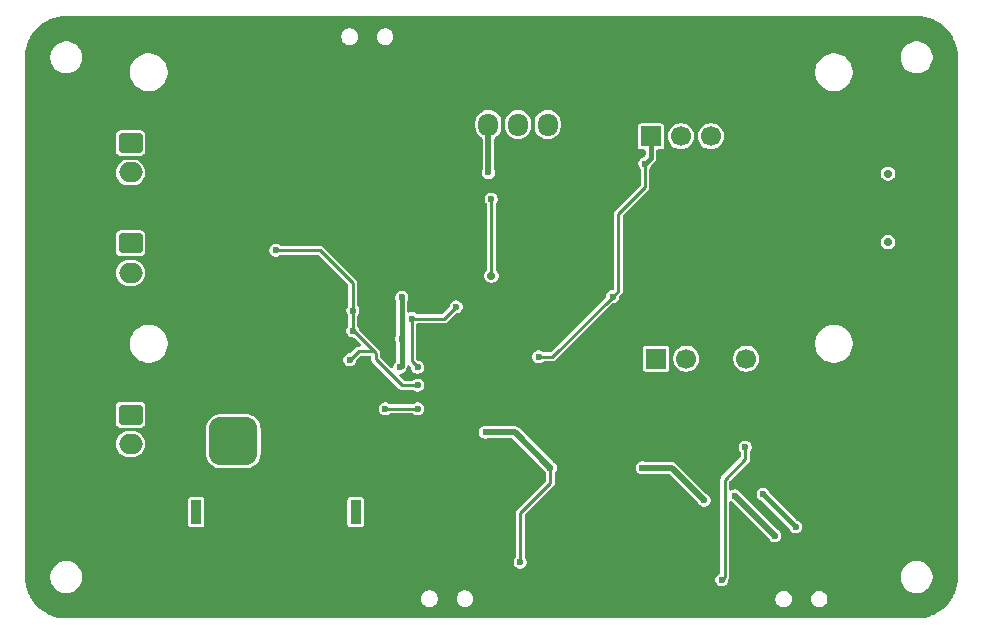
<source format=gbr>
%TF.GenerationSoftware,KiCad,Pcbnew,9.0.2*%
%TF.CreationDate,2025-06-03T01:32:06-04:00*%
%TF.ProjectId,VolleyBot,566f6c6c-6579-4426-9f74-2e6b69636164,rev?*%
%TF.SameCoordinates,Original*%
%TF.FileFunction,Copper,L2,Bot*%
%TF.FilePolarity,Positive*%
%FSLAX46Y46*%
G04 Gerber Fmt 4.6, Leading zero omitted, Abs format (unit mm)*
G04 Created by KiCad (PCBNEW 9.0.2) date 2025-06-03 01:32:06*
%MOMM*%
%LPD*%
G01*
G04 APERTURE LIST*
G04 Aperture macros list*
%AMRoundRect*
0 Rectangle with rounded corners*
0 $1 Rounding radius*
0 $2 $3 $4 $5 $6 $7 $8 $9 X,Y pos of 4 corners*
0 Add a 4 corners polygon primitive as box body*
4,1,4,$2,$3,$4,$5,$6,$7,$8,$9,$2,$3,0*
0 Add four circle primitives for the rounded corners*
1,1,$1+$1,$2,$3*
1,1,$1+$1,$4,$5*
1,1,$1+$1,$6,$7*
1,1,$1+$1,$8,$9*
0 Add four rect primitives between the rounded corners*
20,1,$1+$1,$2,$3,$4,$5,0*
20,1,$1+$1,$4,$5,$6,$7,0*
20,1,$1+$1,$6,$7,$8,$9,0*
20,1,$1+$1,$8,$9,$2,$3,0*%
G04 Aperture macros list end*
%TA.AperFunction,ComponentPad*%
%ADD10RoundRect,0.250000X0.600000X0.725000X-0.600000X0.725000X-0.600000X-0.725000X0.600000X-0.725000X0*%
%TD*%
%TA.AperFunction,ComponentPad*%
%ADD11O,1.700000X1.950000*%
%TD*%
%TA.AperFunction,ComponentPad*%
%ADD12R,1.700000X1.700000*%
%TD*%
%TA.AperFunction,ComponentPad*%
%ADD13C,1.700000*%
%TD*%
%TA.AperFunction,ComponentPad*%
%ADD14R,0.900000X2.000000*%
%TD*%
%TA.AperFunction,ComponentPad*%
%ADD15RoundRect,1.025000X1.025000X1.025000X-1.025000X1.025000X-1.025000X-1.025000X1.025000X-1.025000X0*%
%TD*%
%TA.AperFunction,ComponentPad*%
%ADD16C,4.100000*%
%TD*%
%TA.AperFunction,ComponentPad*%
%ADD17RoundRect,0.250000X-0.750000X0.600000X-0.750000X-0.600000X0.750000X-0.600000X0.750000X0.600000X0*%
%TD*%
%TA.AperFunction,ComponentPad*%
%ADD18O,2.000000X1.700000*%
%TD*%
%TA.AperFunction,HeatsinkPad*%
%ADD19C,0.600000*%
%TD*%
%TA.AperFunction,HeatsinkPad*%
%ADD20R,2.000000X3.500000*%
%TD*%
%TA.AperFunction,ComponentPad*%
%ADD21C,0.700000*%
%TD*%
%TA.AperFunction,ComponentPad*%
%ADD22O,2.000000X1.100000*%
%TD*%
%TA.AperFunction,ComponentPad*%
%ADD23O,1.800000X1.200000*%
%TD*%
%TA.AperFunction,ViaPad*%
%ADD24C,0.600000*%
%TD*%
%TA.AperFunction,ViaPad*%
%ADD25C,0.700000*%
%TD*%
%TA.AperFunction,Conductor*%
%ADD26C,0.508000*%
%TD*%
%TA.AperFunction,Conductor*%
%ADD27C,0.254000*%
%TD*%
%TA.AperFunction,Conductor*%
%ADD28C,0.406400*%
%TD*%
G04 APERTURE END LIST*
D10*
%TO.P,J4,1,Pin_1*%
%TO.N,-BATT*%
X120750000Y-73945000D03*
D11*
%TO.P,J4,2,Pin_2*%
%TO.N,/I2C1_SCL*%
X118250000Y-73945000D03*
%TO.P,J4,3,Pin_3*%
%TO.N,/I2C1_SDA*%
X115750000Y-73945000D03*
%TO.P,J4,4,Pin_4*%
%TO.N,+3.3V*%
X113250000Y-73945000D03*
%TD*%
D12*
%TO.P,J1,1,Pin_1*%
%TO.N,/USART1_TX*%
X127460000Y-93750000D03*
D13*
%TO.P,J1,2,Pin_2*%
%TO.N,/USART1_RX*%
X130000000Y-93750000D03*
%TO.P,J1,3,Pin_3*%
%TO.N,-BATT*%
X132540000Y-93750000D03*
%TO.P,J1,4,Pin_4*%
%TO.N,/PI_POWER*%
X135080000Y-93750000D03*
%TD*%
D14*
%TO.P,J3,*%
%TO.N,*%
X102000000Y-106750000D03*
X88500000Y-106750000D03*
D15*
%TO.P,J3,1,Pin_1*%
%TO.N,+BATT*%
X91650000Y-100750000D03*
D16*
%TO.P,J3,2,Pin_2*%
%TO.N,-BATT*%
X98850000Y-100750000D03*
%TD*%
D17*
%TO.P,J7,1,Pin_1*%
%TO.N,Net-(J7-Pin_1)*%
X82945000Y-98500000D03*
D18*
%TO.P,J7,2,Pin_2*%
%TO.N,Net-(J7-Pin_2)*%
X82945000Y-101000000D03*
%TD*%
D12*
%TO.P,J2,1,Pin_1*%
%TO.N,+3.3V*%
X127000000Y-74945000D03*
D13*
%TO.P,J2,2,Pin_2*%
%TO.N,/SWCLK*%
X129540000Y-74945000D03*
%TO.P,J2,3,Pin_3*%
%TO.N,/SWDIO*%
X132080000Y-74945000D03*
%TO.P,J2,4,Pin_4*%
%TO.N,-BATT*%
X134620000Y-74945000D03*
%TD*%
D19*
%TO.P,U2,17,GND*%
%TO.N,-BATT*%
X95656250Y-86250000D03*
X95656250Y-87750000D03*
X95656250Y-89250000D03*
D20*
X96406250Y-87750000D03*
D19*
X97156250Y-86250000D03*
X97156250Y-87750000D03*
X97156250Y-89250000D03*
%TD*%
%TO.P,U3,17,GND*%
%TO.N,-BATT*%
X95656250Y-92750000D03*
X95656250Y-94250000D03*
X95656250Y-95750000D03*
D20*
X96406250Y-94250000D03*
D19*
X97156250Y-92750000D03*
X97156250Y-94250000D03*
X97156250Y-95750000D03*
%TD*%
D17*
%TO.P,J6,1,Pin_1*%
%TO.N,Net-(J6-Pin_1)*%
X82945000Y-84000000D03*
D18*
%TO.P,J6,2,Pin_2*%
%TO.N,Net-(J6-Pin_2)*%
X82945000Y-86500000D03*
%TD*%
D17*
%TO.P,J5,1,Pin_1*%
%TO.N,Net-(J5-Pin_1)*%
X82945000Y-75500000D03*
D18*
%TO.P,J5,2,Pin_2*%
%TO.N,Net-(J5-Pin_2)*%
X82945000Y-78000000D03*
%TD*%
D21*
%TO.P,USB2,*%
%TO.N,*%
X147080000Y-83890000D03*
X147080000Y-78110000D03*
D22*
%TO.P,USB2,13,SHELL*%
%TO.N,-BATT*%
X146550000Y-85320000D03*
D23*
X150760000Y-85320000D03*
D22*
%TO.P,USB2,14,SHELL*%
X146550000Y-76680000D03*
D23*
X150760000Y-76680000D03*
%TD*%
D24*
%TO.N,+3.3V*%
X115925000Y-111000000D03*
X106750000Y-90365000D03*
X113500000Y-80250000D03*
X101771481Y-91405000D03*
X113250000Y-78000000D03*
X126500000Y-77250000D03*
X123750000Y-88500000D03*
D25*
X113500000Y-86750000D03*
D24*
X107250000Y-96000000D03*
X101500000Y-93871800D03*
X101771481Y-89695000D03*
X113000000Y-100000000D03*
X117500000Y-93612000D03*
X118500000Y-103000000D03*
X95250000Y-84580000D03*
X107250000Y-98000000D03*
X107250000Y-94500000D03*
X110500000Y-89373000D03*
X104500000Y-98000000D03*
%TO.N,+5V*%
X131500000Y-105750000D03*
X134125000Y-105375000D03*
X137500000Y-108750000D03*
X126250000Y-103000000D03*
%TO.N,-BATT*%
X124500000Y-89500000D03*
X125250000Y-104250000D03*
X103000000Y-86830000D03*
X121000000Y-106000000D03*
X104000000Y-91405000D03*
X107750000Y-103000000D03*
X118250000Y-92250000D03*
X103000000Y-93750000D03*
X116260549Y-91260549D03*
X128250000Y-109250000D03*
X122500000Y-106000000D03*
X124750000Y-79000000D03*
X112250000Y-80500000D03*
X103250000Y-96750000D03*
X109250000Y-103000000D03*
X105500000Y-72500000D03*
X107000000Y-69750000D03*
X108250000Y-81750000D03*
X115500000Y-80250000D03*
X114000000Y-91000000D03*
X127000000Y-86500000D03*
X112000000Y-101250000D03*
X119750000Y-88750000D03*
X117250000Y-107000000D03*
X109250000Y-76500000D03*
X103000000Y-89695000D03*
X107500000Y-89500000D03*
%TO.N,/PI_POWER*%
X135000000Y-101250000D03*
X133000000Y-112500000D03*
%TO.N,/BATT+_IN*%
X105906250Y-88580000D03*
X105750000Y-94500000D03*
X105906250Y-92075000D03*
%TO.N,Net-(Q1-G)*%
X136500000Y-105250000D03*
X139250000Y-108000000D03*
%TD*%
D26*
%TO.N,+5V*%
X131500000Y-105750000D02*
X128750000Y-103000000D01*
X128750000Y-103000000D02*
X126250000Y-103000000D01*
D27*
%TO.N,+3.3V*%
X101771481Y-87351481D02*
X101771481Y-89695000D01*
X118500000Y-104250000D02*
X118500000Y-103000000D01*
X105925000Y-96000000D02*
X103712500Y-93787500D01*
X101830000Y-91405000D02*
X101771481Y-91405000D01*
D26*
X113000000Y-100000000D02*
X115500000Y-100000000D01*
D27*
X124250000Y-88000000D02*
X123750000Y-88500000D01*
X106750000Y-94000000D02*
X106750000Y-90365000D01*
X101771481Y-91405000D02*
X101771481Y-89695000D01*
D26*
X115500000Y-100000000D02*
X118500000Y-103000000D01*
D27*
X124250000Y-81500000D02*
X124250000Y-88000000D01*
X103712500Y-93287500D02*
X101830000Y-91405000D01*
X99000000Y-84580000D02*
X101771481Y-87351481D01*
D28*
X126500000Y-77250000D02*
X127000000Y-76750000D01*
D27*
X118638000Y-93612000D02*
X123750000Y-88500000D01*
X117500000Y-93612000D02*
X118638000Y-93612000D01*
D28*
X127000000Y-76750000D02*
X127000000Y-74945000D01*
D27*
X109508000Y-90365000D02*
X110500000Y-89373000D01*
X95250000Y-84580000D02*
X99000000Y-84580000D01*
X103712500Y-93787500D02*
X103712500Y-93287500D01*
X115925000Y-106825000D02*
X118500000Y-104250000D01*
X126500000Y-77250000D02*
X126500000Y-79250000D01*
D26*
X113250000Y-78000000D02*
X113250000Y-73945000D01*
D27*
X107250000Y-94500000D02*
X106750000Y-94000000D01*
X107250000Y-98000000D02*
X104500000Y-98000000D01*
X101500000Y-93871800D02*
X102249800Y-93122000D01*
X102249800Y-93122000D02*
X103547000Y-93122000D01*
X103547000Y-93122000D02*
X103712500Y-93287500D01*
X115925000Y-111000000D02*
X115925000Y-106825000D01*
X106750000Y-90365000D02*
X109508000Y-90365000D01*
X126500000Y-79250000D02*
X124250000Y-81500000D01*
X107250000Y-96000000D02*
X105925000Y-96000000D01*
D26*
%TO.N,+5V*%
X134125000Y-105375000D02*
X137500000Y-108750000D01*
D27*
%TO.N,/PI_POWER*%
X135000000Y-102250000D02*
X133250000Y-104000000D01*
X133250000Y-112250000D02*
X133000000Y-112500000D01*
X135000000Y-101250000D02*
X135000000Y-102250000D01*
X133250000Y-104000000D02*
X133250000Y-112250000D01*
D28*
%TO.N,/BATT+_IN*%
X105906250Y-88580000D02*
X105906250Y-92075000D01*
X105906250Y-92075000D02*
X105906250Y-94343750D01*
X105906250Y-94343750D02*
X105750000Y-94500000D01*
%TO.N,Net-(Q1-G)*%
X139250000Y-108000000D02*
X136500000Y-105250000D01*
D27*
%TO.N,+3.3V*%
X113500000Y-86750000D02*
X113500000Y-80250000D01*
%TD*%
%TA.AperFunction,Conductor*%
%TO.N,-BATT*%
G36*
X149503032Y-64750648D02*
G01*
X149836929Y-64767052D01*
X149849037Y-64768245D01*
X149952146Y-64783539D01*
X150176699Y-64816849D01*
X150188617Y-64819219D01*
X150509951Y-64899709D01*
X150521588Y-64903240D01*
X150592806Y-64928722D01*
X150833467Y-65014832D01*
X150844688Y-65019479D01*
X151144163Y-65161120D01*
X151154871Y-65166844D01*
X151438988Y-65337137D01*
X151449106Y-65343897D01*
X151715170Y-65541224D01*
X151724576Y-65548944D01*
X151970013Y-65771395D01*
X151978604Y-65779986D01*
X152138032Y-65955888D01*
X152201055Y-66025423D01*
X152208775Y-66034829D01*
X152406102Y-66300893D01*
X152412862Y-66311011D01*
X152567491Y-66568995D01*
X152583148Y-66595116D01*
X152588883Y-66605844D01*
X152695760Y-66831817D01*
X152730514Y-66905297D01*
X152735170Y-66916540D01*
X152846759Y-67228411D01*
X152850292Y-67240055D01*
X152930777Y-67561369D01*
X152933151Y-67573305D01*
X152981754Y-67900962D01*
X152982947Y-67913071D01*
X152999351Y-68246966D01*
X152999500Y-68253051D01*
X152999500Y-112246948D01*
X152999351Y-112253033D01*
X152982947Y-112586928D01*
X152981754Y-112599037D01*
X152933151Y-112926694D01*
X152930777Y-112938630D01*
X152850292Y-113259944D01*
X152846759Y-113271588D01*
X152735170Y-113583459D01*
X152730514Y-113594702D01*
X152588885Y-113894151D01*
X152583148Y-113904883D01*
X152412862Y-114188988D01*
X152406102Y-114199106D01*
X152208775Y-114465170D01*
X152201055Y-114474576D01*
X151978611Y-114720006D01*
X151970006Y-114728611D01*
X151724576Y-114951055D01*
X151715170Y-114958775D01*
X151449106Y-115156102D01*
X151438988Y-115162862D01*
X151154883Y-115333148D01*
X151144151Y-115338885D01*
X150844702Y-115480514D01*
X150833459Y-115485170D01*
X150521588Y-115596759D01*
X150509944Y-115600292D01*
X150188630Y-115680777D01*
X150176694Y-115683151D01*
X149849037Y-115731754D01*
X149836928Y-115732947D01*
X149521989Y-115748419D01*
X149503031Y-115749351D01*
X149496949Y-115749500D01*
X77503051Y-115749500D01*
X77496968Y-115749351D01*
X77476900Y-115748365D01*
X77163071Y-115732947D01*
X77150962Y-115731754D01*
X76823305Y-115683151D01*
X76811369Y-115680777D01*
X76490055Y-115600292D01*
X76478411Y-115596759D01*
X76166540Y-115485170D01*
X76155301Y-115480515D01*
X75855844Y-115338883D01*
X75845121Y-115333150D01*
X75561011Y-115162862D01*
X75550893Y-115156102D01*
X75284829Y-114958775D01*
X75275423Y-114951055D01*
X75236475Y-114915755D01*
X75029986Y-114728604D01*
X75021395Y-114720013D01*
X74798944Y-114474576D01*
X74791224Y-114465170D01*
X74770196Y-114436817D01*
X74593895Y-114199103D01*
X74587137Y-114188988D01*
X74563166Y-114148995D01*
X107549499Y-114148995D01*
X107576418Y-114284322D01*
X107576421Y-114284332D01*
X107629221Y-114411804D01*
X107629228Y-114411817D01*
X107705885Y-114526541D01*
X107705888Y-114526545D01*
X107803454Y-114624111D01*
X107803458Y-114624114D01*
X107918182Y-114700771D01*
X107918195Y-114700778D01*
X107985391Y-114728611D01*
X108045672Y-114753580D01*
X108045676Y-114753580D01*
X108045677Y-114753581D01*
X108181004Y-114780500D01*
X108181007Y-114780500D01*
X108318995Y-114780500D01*
X108410041Y-114762389D01*
X108454328Y-114753580D01*
X108581811Y-114700775D01*
X108696542Y-114624114D01*
X108794114Y-114526542D01*
X108870775Y-114411811D01*
X108923580Y-114284328D01*
X108941504Y-114194218D01*
X108950500Y-114148995D01*
X110549499Y-114148995D01*
X110576418Y-114284322D01*
X110576421Y-114284332D01*
X110629221Y-114411804D01*
X110629228Y-114411817D01*
X110705885Y-114526541D01*
X110705888Y-114526545D01*
X110803454Y-114624111D01*
X110803458Y-114624114D01*
X110918182Y-114700771D01*
X110918195Y-114700778D01*
X110985391Y-114728611D01*
X111045672Y-114753580D01*
X111045676Y-114753580D01*
X111045677Y-114753581D01*
X111181004Y-114780500D01*
X111181007Y-114780500D01*
X111318995Y-114780500D01*
X111410041Y-114762389D01*
X111454328Y-114753580D01*
X111581811Y-114700775D01*
X111696542Y-114624114D01*
X111794114Y-114526542D01*
X111870775Y-114411811D01*
X111923580Y-114284328D01*
X111941504Y-114194218D01*
X111945527Y-114173995D01*
X137549499Y-114173995D01*
X137576418Y-114309322D01*
X137576421Y-114309332D01*
X137629221Y-114436804D01*
X137629228Y-114436817D01*
X137705885Y-114551541D01*
X137705888Y-114551545D01*
X137803454Y-114649111D01*
X137803458Y-114649114D01*
X137918182Y-114725771D01*
X137918195Y-114725778D01*
X138045667Y-114778578D01*
X138045672Y-114778580D01*
X138045676Y-114778580D01*
X138045677Y-114778581D01*
X138181004Y-114805500D01*
X138181007Y-114805500D01*
X138318995Y-114805500D01*
X138410041Y-114787389D01*
X138454328Y-114778580D01*
X138581811Y-114725775D01*
X138696542Y-114649114D01*
X138794114Y-114551542D01*
X138870775Y-114436811D01*
X138923580Y-114309328D01*
X138946477Y-114194218D01*
X138950500Y-114173995D01*
X140549499Y-114173995D01*
X140576418Y-114309322D01*
X140576421Y-114309332D01*
X140629221Y-114436804D01*
X140629228Y-114436817D01*
X140705885Y-114551541D01*
X140705888Y-114551545D01*
X140803454Y-114649111D01*
X140803458Y-114649114D01*
X140918182Y-114725771D01*
X140918195Y-114725778D01*
X141045667Y-114778578D01*
X141045672Y-114778580D01*
X141045676Y-114778580D01*
X141045677Y-114778581D01*
X141181004Y-114805500D01*
X141181007Y-114805500D01*
X141318995Y-114805500D01*
X141410041Y-114787389D01*
X141454328Y-114778580D01*
X141581811Y-114725775D01*
X141696542Y-114649114D01*
X141794114Y-114551542D01*
X141870775Y-114436811D01*
X141923580Y-114309328D01*
X141946477Y-114194218D01*
X141950500Y-114173995D01*
X141950500Y-114036004D01*
X141923581Y-113900677D01*
X141923580Y-113900676D01*
X141923580Y-113900672D01*
X141913223Y-113875667D01*
X141870778Y-113773195D01*
X141870771Y-113773182D01*
X141794114Y-113658458D01*
X141794111Y-113658454D01*
X141696545Y-113560888D01*
X141696541Y-113560885D01*
X141581817Y-113484228D01*
X141581804Y-113484221D01*
X141454332Y-113431421D01*
X141454322Y-113431418D01*
X141318995Y-113404500D01*
X141318993Y-113404500D01*
X141181007Y-113404500D01*
X141181005Y-113404500D01*
X141045677Y-113431418D01*
X141045667Y-113431421D01*
X140918195Y-113484221D01*
X140918182Y-113484228D01*
X140803458Y-113560885D01*
X140803454Y-113560888D01*
X140705888Y-113658454D01*
X140705885Y-113658458D01*
X140629228Y-113773182D01*
X140629221Y-113773195D01*
X140576421Y-113900667D01*
X140576418Y-113900677D01*
X140549500Y-114036004D01*
X140549500Y-114036007D01*
X140549500Y-114173993D01*
X140549500Y-114173995D01*
X140549499Y-114173995D01*
X138950500Y-114173995D01*
X138950500Y-114036004D01*
X138923581Y-113900677D01*
X138923580Y-113900676D01*
X138923580Y-113900672D01*
X138913223Y-113875667D01*
X138870778Y-113773195D01*
X138870771Y-113773182D01*
X138794114Y-113658458D01*
X138794111Y-113658454D01*
X138696545Y-113560888D01*
X138696541Y-113560885D01*
X138581817Y-113484228D01*
X138581804Y-113484221D01*
X138454332Y-113431421D01*
X138454322Y-113431418D01*
X138318995Y-113404500D01*
X138318993Y-113404500D01*
X138181007Y-113404500D01*
X138181005Y-113404500D01*
X138045677Y-113431418D01*
X138045667Y-113431421D01*
X137918195Y-113484221D01*
X137918182Y-113484228D01*
X137803458Y-113560885D01*
X137803454Y-113560888D01*
X137705888Y-113658454D01*
X137705885Y-113658458D01*
X137629228Y-113773182D01*
X137629221Y-113773195D01*
X137576421Y-113900667D01*
X137576418Y-113900677D01*
X137549500Y-114036004D01*
X137549500Y-114036007D01*
X137549500Y-114173993D01*
X137549500Y-114173995D01*
X137549499Y-114173995D01*
X111945527Y-114173995D01*
X111950500Y-114148995D01*
X111950500Y-114011004D01*
X111923581Y-113875677D01*
X111923580Y-113875676D01*
X111923580Y-113875672D01*
X111881133Y-113773195D01*
X111870778Y-113748195D01*
X111870771Y-113748182D01*
X111794114Y-113633458D01*
X111794111Y-113633454D01*
X111696545Y-113535888D01*
X111696541Y-113535885D01*
X111581817Y-113459228D01*
X111581804Y-113459221D01*
X111454332Y-113406421D01*
X111454322Y-113406418D01*
X111318995Y-113379500D01*
X111318993Y-113379500D01*
X111181007Y-113379500D01*
X111181005Y-113379500D01*
X111045677Y-113406418D01*
X111045667Y-113406421D01*
X110918195Y-113459221D01*
X110918182Y-113459228D01*
X110803458Y-113535885D01*
X110803454Y-113535888D01*
X110705888Y-113633454D01*
X110705885Y-113633458D01*
X110629228Y-113748182D01*
X110629221Y-113748195D01*
X110576421Y-113875667D01*
X110576418Y-113875677D01*
X110549500Y-114011004D01*
X110549500Y-114011007D01*
X110549500Y-114148993D01*
X110549500Y-114148995D01*
X110549499Y-114148995D01*
X108950500Y-114148995D01*
X108950500Y-114011004D01*
X108923581Y-113875677D01*
X108923580Y-113875676D01*
X108923580Y-113875672D01*
X108881133Y-113773195D01*
X108870778Y-113748195D01*
X108870771Y-113748182D01*
X108794114Y-113633458D01*
X108794111Y-113633454D01*
X108696545Y-113535888D01*
X108696541Y-113535885D01*
X108581817Y-113459228D01*
X108581804Y-113459221D01*
X108454332Y-113406421D01*
X108454322Y-113406418D01*
X108318995Y-113379500D01*
X108318993Y-113379500D01*
X108181007Y-113379500D01*
X108181005Y-113379500D01*
X108045677Y-113406418D01*
X108045667Y-113406421D01*
X107918195Y-113459221D01*
X107918182Y-113459228D01*
X107803458Y-113535885D01*
X107803454Y-113535888D01*
X107705888Y-113633454D01*
X107705885Y-113633458D01*
X107629228Y-113748182D01*
X107629221Y-113748195D01*
X107576421Y-113875667D01*
X107576418Y-113875677D01*
X107549500Y-114011004D01*
X107549500Y-114011007D01*
X107549500Y-114148993D01*
X107549500Y-114148995D01*
X107549499Y-114148995D01*
X74563166Y-114148995D01*
X74416844Y-113904871D01*
X74411120Y-113894163D01*
X74269479Y-113594688D01*
X74264829Y-113583459D01*
X74256752Y-113560886D01*
X74153240Y-113271588D01*
X74149707Y-113259944D01*
X74117106Y-113129792D01*
X74069219Y-112938617D01*
X74066848Y-112926694D01*
X74018245Y-112599037D01*
X74017052Y-112586927D01*
X74000649Y-112253032D01*
X74000500Y-112246948D01*
X74000500Y-112143713D01*
X76149500Y-112143713D01*
X76149500Y-112356286D01*
X76182753Y-112566239D01*
X76182753Y-112566241D01*
X76182754Y-112566243D01*
X76193409Y-112599037D01*
X76248444Y-112768414D01*
X76344951Y-112957820D01*
X76469890Y-113129786D01*
X76620213Y-113280109D01*
X76792179Y-113405048D01*
X76792181Y-113405049D01*
X76792184Y-113405051D01*
X76981588Y-113501557D01*
X77183757Y-113567246D01*
X77393713Y-113600500D01*
X77393714Y-113600500D01*
X77606286Y-113600500D01*
X77606287Y-113600500D01*
X77816243Y-113567246D01*
X78018412Y-113501557D01*
X78207816Y-113405051D01*
X78242984Y-113379500D01*
X78379786Y-113280109D01*
X78379788Y-113280106D01*
X78379792Y-113280104D01*
X78530104Y-113129792D01*
X78530106Y-113129788D01*
X78530109Y-113129786D01*
X78655048Y-112957820D01*
X78655047Y-112957820D01*
X78655051Y-112957816D01*
X78751557Y-112768412D01*
X78817246Y-112566243D01*
X78839217Y-112427525D01*
X132449500Y-112427525D01*
X132449500Y-112572475D01*
X132487016Y-112712485D01*
X132487017Y-112712488D01*
X132559488Y-112838011D01*
X132559490Y-112838013D01*
X132559491Y-112838015D01*
X132661985Y-112940509D01*
X132661986Y-112940510D01*
X132661988Y-112940511D01*
X132787511Y-113012982D01*
X132787512Y-113012982D01*
X132787515Y-113012984D01*
X132927525Y-113050500D01*
X132927528Y-113050500D01*
X133072472Y-113050500D01*
X133072475Y-113050500D01*
X133212485Y-113012984D01*
X133338015Y-112940509D01*
X133440509Y-112838015D01*
X133512984Y-112712485D01*
X133550500Y-112572475D01*
X133550500Y-112517744D01*
X133554649Y-112502255D01*
X133553995Y-112488512D01*
X133567112Y-112455746D01*
X133593609Y-112409850D01*
X133593611Y-112409847D01*
X133599296Y-112400000D01*
X133601773Y-112395710D01*
X133601774Y-112395709D01*
X133627500Y-112299699D01*
X133627500Y-112143713D01*
X148149500Y-112143713D01*
X148149500Y-112356286D01*
X148182753Y-112566239D01*
X148182753Y-112566241D01*
X148182754Y-112566243D01*
X148193409Y-112599037D01*
X148248444Y-112768414D01*
X148344951Y-112957820D01*
X148469890Y-113129786D01*
X148620213Y-113280109D01*
X148792179Y-113405048D01*
X148792181Y-113405049D01*
X148792184Y-113405051D01*
X148981588Y-113501557D01*
X149183757Y-113567246D01*
X149393713Y-113600500D01*
X149393714Y-113600500D01*
X149606286Y-113600500D01*
X149606287Y-113600500D01*
X149816243Y-113567246D01*
X150018412Y-113501557D01*
X150207816Y-113405051D01*
X150242984Y-113379500D01*
X150379786Y-113280109D01*
X150379788Y-113280106D01*
X150379792Y-113280104D01*
X150530104Y-113129792D01*
X150530106Y-113129788D01*
X150530109Y-113129786D01*
X150655048Y-112957820D01*
X150655047Y-112957820D01*
X150655051Y-112957816D01*
X150751557Y-112768412D01*
X150817246Y-112566243D01*
X150850500Y-112356287D01*
X150850500Y-112143713D01*
X150817246Y-111933757D01*
X150751557Y-111731588D01*
X150655051Y-111542184D01*
X150655049Y-111542181D01*
X150655048Y-111542179D01*
X150530109Y-111370213D01*
X150379786Y-111219890D01*
X150207820Y-111094951D01*
X150018414Y-110998444D01*
X150018413Y-110998443D01*
X150018412Y-110998443D01*
X149816243Y-110932754D01*
X149816241Y-110932753D01*
X149816240Y-110932753D01*
X149654957Y-110907208D01*
X149606287Y-110899500D01*
X149393713Y-110899500D01*
X149345042Y-110907208D01*
X149183760Y-110932753D01*
X148981585Y-110998444D01*
X148792179Y-111094951D01*
X148620213Y-111219890D01*
X148469890Y-111370213D01*
X148344951Y-111542179D01*
X148248444Y-111731585D01*
X148182753Y-111933760D01*
X148149500Y-112143713D01*
X133627500Y-112143713D01*
X133627500Y-105938204D01*
X133629108Y-105932725D01*
X133627996Y-105927125D01*
X133638844Y-105899570D01*
X133647185Y-105871165D01*
X133651498Y-105867426D01*
X133653591Y-105862113D01*
X133677615Y-105844797D01*
X133699989Y-105825410D01*
X133705640Y-105824597D01*
X133710272Y-105821259D01*
X133739835Y-105819680D01*
X133769147Y-105815466D01*
X133775833Y-105817758D01*
X133780042Y-105817534D01*
X133810874Y-105829774D01*
X133812883Y-105830463D01*
X133813110Y-105830592D01*
X133912515Y-105887984D01*
X133915026Y-105888656D01*
X133924140Y-105893849D01*
X133930890Y-105900848D01*
X133950438Y-105913909D01*
X136961089Y-108924560D01*
X136982069Y-108955956D01*
X136982952Y-108955447D01*
X137059488Y-109088011D01*
X137059490Y-109088013D01*
X137059491Y-109088015D01*
X137161985Y-109190509D01*
X137161986Y-109190510D01*
X137161988Y-109190511D01*
X137287511Y-109262982D01*
X137287512Y-109262982D01*
X137287515Y-109262984D01*
X137427525Y-109300500D01*
X137427528Y-109300500D01*
X137572472Y-109300500D01*
X137572475Y-109300500D01*
X137712485Y-109262984D01*
X137838015Y-109190509D01*
X137940509Y-109088015D01*
X138012984Y-108962485D01*
X138050500Y-108822475D01*
X138050500Y-108677525D01*
X138012984Y-108537515D01*
X137956977Y-108440509D01*
X137940511Y-108411988D01*
X137940506Y-108411982D01*
X137838017Y-108309493D01*
X137838011Y-108309488D01*
X137705447Y-108232952D01*
X137705956Y-108232069D01*
X137674560Y-108211089D01*
X134663909Y-105200438D01*
X134648599Y-105177525D01*
X135949500Y-105177525D01*
X135949500Y-105322475D01*
X135987016Y-105462485D01*
X135987017Y-105462488D01*
X136059488Y-105588011D01*
X136059490Y-105588013D01*
X136059491Y-105588015D01*
X136161985Y-105690509D01*
X136161986Y-105690510D01*
X136161988Y-105690511D01*
X136287511Y-105762982D01*
X136287512Y-105762982D01*
X136287515Y-105762984D01*
X136369951Y-105785073D01*
X136425537Y-105817166D01*
X138682832Y-108074460D01*
X138714925Y-108130046D01*
X138737014Y-108212481D01*
X138737017Y-108212488D01*
X138809488Y-108338011D01*
X138809490Y-108338013D01*
X138809491Y-108338015D01*
X138911985Y-108440509D01*
X138911986Y-108440510D01*
X138911988Y-108440511D01*
X139037511Y-108512982D01*
X139037512Y-108512982D01*
X139037515Y-108512984D01*
X139177525Y-108550500D01*
X139177528Y-108550500D01*
X139322472Y-108550500D01*
X139322475Y-108550500D01*
X139462485Y-108512984D01*
X139588015Y-108440509D01*
X139690509Y-108338015D01*
X139762984Y-108212485D01*
X139800500Y-108072475D01*
X139800500Y-107927525D01*
X139762984Y-107787515D01*
X139755571Y-107774676D01*
X139690511Y-107661988D01*
X139690506Y-107661982D01*
X139588017Y-107559493D01*
X139588011Y-107559488D01*
X139462488Y-107487017D01*
X139462481Y-107487014D01*
X139380046Y-107464925D01*
X139324460Y-107432832D01*
X137067166Y-105175537D01*
X137035073Y-105119951D01*
X137012984Y-105037515D01*
X137012676Y-105036982D01*
X136940511Y-104911988D01*
X136940506Y-104911982D01*
X136838017Y-104809493D01*
X136838011Y-104809488D01*
X136712488Y-104737017D01*
X136712489Y-104737017D01*
X136701006Y-104733940D01*
X136572475Y-104699500D01*
X136427525Y-104699500D01*
X136298993Y-104733940D01*
X136287511Y-104737017D01*
X136161988Y-104809488D01*
X136161982Y-104809493D01*
X136059493Y-104911982D01*
X136059488Y-104911988D01*
X135987017Y-105037511D01*
X135987016Y-105037515D01*
X135949500Y-105177525D01*
X134648599Y-105177525D01*
X134642932Y-105169043D01*
X134642048Y-105169554D01*
X134613409Y-105119950D01*
X134565509Y-105036985D01*
X134463015Y-104934491D01*
X134463013Y-104934490D01*
X134463011Y-104934488D01*
X134337488Y-104862017D01*
X134337489Y-104862017D01*
X134322053Y-104857881D01*
X134197475Y-104824500D01*
X134052525Y-104824500D01*
X133927947Y-104857881D01*
X133912511Y-104862017D01*
X133813500Y-104919182D01*
X133745600Y-104935655D01*
X133679573Y-104912803D01*
X133636382Y-104857881D01*
X133627500Y-104811795D01*
X133627500Y-104207727D01*
X133647185Y-104140688D01*
X133663819Y-104120046D01*
X134445854Y-103338011D01*
X135302075Y-102481790D01*
X135351774Y-102395710D01*
X135377500Y-102299699D01*
X135377500Y-102200301D01*
X135377500Y-101702386D01*
X135397185Y-101635347D01*
X135413819Y-101614705D01*
X135440509Y-101588015D01*
X135512984Y-101462485D01*
X135550500Y-101322475D01*
X135550500Y-101177525D01*
X135512984Y-101037515D01*
X135440509Y-100911985D01*
X135338015Y-100809491D01*
X135338013Y-100809490D01*
X135338011Y-100809488D01*
X135212488Y-100737017D01*
X135212489Y-100737017D01*
X135201006Y-100733940D01*
X135072475Y-100699500D01*
X134927525Y-100699500D01*
X134798993Y-100733940D01*
X134787511Y-100737017D01*
X134661988Y-100809488D01*
X134661982Y-100809493D01*
X134559493Y-100911982D01*
X134559488Y-100911988D01*
X134487017Y-101037511D01*
X134487016Y-101037515D01*
X134449500Y-101177525D01*
X134449500Y-101322475D01*
X134476288Y-101422447D01*
X134487017Y-101462488D01*
X134559488Y-101588011D01*
X134559493Y-101588017D01*
X134586181Y-101614705D01*
X134619666Y-101676028D01*
X134622500Y-101702386D01*
X134622500Y-102042273D01*
X134602815Y-102109312D01*
X134586181Y-102129954D01*
X132947927Y-103768207D01*
X132947925Y-103768210D01*
X132898226Y-103854288D01*
X132873142Y-103947908D01*
X132873136Y-103947929D01*
X132872500Y-103950299D01*
X132872500Y-111869096D01*
X132852815Y-111936135D01*
X132800011Y-111981890D01*
X132794938Y-111983713D01*
X132795019Y-111983908D01*
X132787511Y-111987017D01*
X132661988Y-112059488D01*
X132661982Y-112059493D01*
X132559493Y-112161982D01*
X132559488Y-112161988D01*
X132487017Y-112287511D01*
X132487016Y-112287515D01*
X132449500Y-112427525D01*
X78839217Y-112427525D01*
X78850500Y-112356287D01*
X78850500Y-112143713D01*
X78817246Y-111933757D01*
X78751557Y-111731588D01*
X78655051Y-111542184D01*
X78655049Y-111542181D01*
X78655048Y-111542179D01*
X78530109Y-111370213D01*
X78379786Y-111219890D01*
X78207820Y-111094951D01*
X78018414Y-110998444D01*
X78018413Y-110998443D01*
X78018412Y-110998443D01*
X77816243Y-110932754D01*
X77816241Y-110932753D01*
X77816240Y-110932753D01*
X77654957Y-110907208D01*
X77606287Y-110899500D01*
X77393713Y-110899500D01*
X77345042Y-110907208D01*
X77183760Y-110932753D01*
X76981585Y-110998444D01*
X76792179Y-111094951D01*
X76620213Y-111219890D01*
X76469890Y-111370213D01*
X76344951Y-111542179D01*
X76248444Y-111731585D01*
X76182753Y-111933760D01*
X76149500Y-112143713D01*
X74000500Y-112143713D01*
X74000500Y-105725321D01*
X87799500Y-105725321D01*
X87799500Y-107774678D01*
X87814032Y-107847735D01*
X87814033Y-107847739D01*
X87814034Y-107847740D01*
X87869399Y-107930601D01*
X87952260Y-107985966D01*
X87952264Y-107985967D01*
X88025321Y-108000499D01*
X88025324Y-108000500D01*
X88025326Y-108000500D01*
X88974676Y-108000500D01*
X88974677Y-108000499D01*
X89047740Y-107985966D01*
X89130601Y-107930601D01*
X89185966Y-107847740D01*
X89200500Y-107774674D01*
X89200500Y-105725326D01*
X89200500Y-105725323D01*
X89200499Y-105725321D01*
X101299500Y-105725321D01*
X101299500Y-107774678D01*
X101314032Y-107847735D01*
X101314033Y-107847739D01*
X101314034Y-107847740D01*
X101369399Y-107930601D01*
X101452260Y-107985966D01*
X101452264Y-107985967D01*
X101525321Y-108000499D01*
X101525324Y-108000500D01*
X101525326Y-108000500D01*
X102474676Y-108000500D01*
X102474677Y-108000499D01*
X102547740Y-107985966D01*
X102630601Y-107930601D01*
X102685966Y-107847740D01*
X102700500Y-107774674D01*
X102700500Y-105725326D01*
X102700500Y-105725323D01*
X102700499Y-105725321D01*
X102685967Y-105652264D01*
X102685966Y-105652260D01*
X102660604Y-105614303D01*
X102630601Y-105569399D01*
X102547740Y-105514034D01*
X102547739Y-105514033D01*
X102547735Y-105514032D01*
X102474677Y-105499500D01*
X102474674Y-105499500D01*
X101525326Y-105499500D01*
X101525323Y-105499500D01*
X101452264Y-105514032D01*
X101452260Y-105514033D01*
X101369399Y-105569399D01*
X101314033Y-105652260D01*
X101314032Y-105652264D01*
X101299500Y-105725321D01*
X89200499Y-105725321D01*
X89185967Y-105652264D01*
X89185966Y-105652260D01*
X89160604Y-105614303D01*
X89130601Y-105569399D01*
X89047740Y-105514034D01*
X89047739Y-105514033D01*
X89047735Y-105514032D01*
X88974677Y-105499500D01*
X88974674Y-105499500D01*
X88025326Y-105499500D01*
X88025323Y-105499500D01*
X87952264Y-105514032D01*
X87952260Y-105514033D01*
X87869399Y-105569399D01*
X87814033Y-105652260D01*
X87814032Y-105652264D01*
X87799500Y-105725321D01*
X74000500Y-105725321D01*
X74000500Y-100913389D01*
X81694500Y-100913389D01*
X81694500Y-101086611D01*
X81721598Y-101257701D01*
X81775127Y-101422445D01*
X81853768Y-101576788D01*
X81955586Y-101716928D01*
X82078072Y-101839414D01*
X82218212Y-101941232D01*
X82372555Y-102019873D01*
X82537299Y-102073402D01*
X82708389Y-102100500D01*
X82708390Y-102100500D01*
X83181610Y-102100500D01*
X83181611Y-102100500D01*
X83352701Y-102073402D01*
X83517445Y-102019873D01*
X83671788Y-101941232D01*
X83811928Y-101839414D01*
X83934414Y-101716928D01*
X84036232Y-101576788D01*
X84114873Y-101422445D01*
X84168402Y-101257701D01*
X84195500Y-101086611D01*
X84195500Y-100913389D01*
X84168402Y-100742299D01*
X84114873Y-100577555D01*
X84036232Y-100423212D01*
X83934414Y-100283072D01*
X83811928Y-100160586D01*
X83671788Y-100058768D01*
X83517445Y-99980127D01*
X83352701Y-99926598D01*
X83352699Y-99926597D01*
X83352698Y-99926597D01*
X83221271Y-99905781D01*
X83181611Y-99899500D01*
X82708389Y-99899500D01*
X82668728Y-99905781D01*
X82537302Y-99926597D01*
X82372552Y-99980128D01*
X82218211Y-100058768D01*
X82138256Y-100116859D01*
X82078072Y-100160586D01*
X82078070Y-100160588D01*
X82078069Y-100160588D01*
X81955588Y-100283069D01*
X81955588Y-100283070D01*
X81955586Y-100283072D01*
X81915670Y-100338011D01*
X81853768Y-100423211D01*
X81775128Y-100577552D01*
X81721597Y-100742302D01*
X81694723Y-100911982D01*
X81694500Y-100913389D01*
X74000500Y-100913389D01*
X74000500Y-99659481D01*
X89349500Y-99659481D01*
X89349500Y-101840504D01*
X89349501Y-101840519D01*
X89360111Y-101975338D01*
X89416210Y-102197976D01*
X89511159Y-102407010D01*
X89511162Y-102407016D01*
X89641904Y-102595732D01*
X89641908Y-102595737D01*
X89641911Y-102595741D01*
X89804259Y-102758089D01*
X89804263Y-102758092D01*
X89804267Y-102758095D01*
X89846727Y-102787511D01*
X89992986Y-102888839D01*
X90078160Y-102927527D01*
X90202023Y-102983789D01*
X90202024Y-102983789D01*
X90202026Y-102983790D01*
X90424661Y-103039889D01*
X90559487Y-103050500D01*
X92740512Y-103050499D01*
X92875339Y-103039889D01*
X93097974Y-102983790D01*
X93307014Y-102888839D01*
X93495741Y-102758089D01*
X93658089Y-102595741D01*
X93788839Y-102407014D01*
X93883790Y-102197974D01*
X93939889Y-101975339D01*
X93950500Y-101840513D01*
X93950499Y-99927525D01*
X112449500Y-99927525D01*
X112449500Y-100072475D01*
X112487016Y-100212485D01*
X112487017Y-100212488D01*
X112559488Y-100338011D01*
X112559490Y-100338013D01*
X112559491Y-100338015D01*
X112661985Y-100440509D01*
X112661986Y-100440510D01*
X112661988Y-100440511D01*
X112787511Y-100512982D01*
X112787512Y-100512982D01*
X112787515Y-100512984D01*
X112927525Y-100550500D01*
X112927528Y-100550500D01*
X113072472Y-100550500D01*
X113072475Y-100550500D01*
X113212485Y-100512984D01*
X113212486Y-100512982D01*
X113220335Y-100510880D01*
X113220599Y-100511865D01*
X113257632Y-100504500D01*
X115239667Y-100504500D01*
X115306706Y-100524185D01*
X115327348Y-100540819D01*
X117961089Y-103174560D01*
X117977001Y-103194090D01*
X117985581Y-103207133D01*
X117987016Y-103212485D01*
X118059491Y-103338015D01*
X118095135Y-103373659D01*
X118102093Y-103384235D01*
X118108746Y-103406030D01*
X118119666Y-103426028D01*
X118122283Y-103450374D01*
X118122493Y-103451060D01*
X118122394Y-103451407D01*
X118122500Y-103452386D01*
X118122500Y-104042273D01*
X118102815Y-104109312D01*
X118086181Y-104129954D01*
X115622927Y-106593207D01*
X115622925Y-106593210D01*
X115573225Y-106679291D01*
X115573225Y-106679294D01*
X115547500Y-106775301D01*
X115547500Y-110547614D01*
X115527815Y-110614653D01*
X115511181Y-110635295D01*
X115484493Y-110661982D01*
X115484488Y-110661988D01*
X115412017Y-110787511D01*
X115412016Y-110787515D01*
X115374500Y-110927525D01*
X115374500Y-111072475D01*
X115412016Y-111212485D01*
X115412017Y-111212488D01*
X115484488Y-111338011D01*
X115484490Y-111338013D01*
X115484491Y-111338015D01*
X115586985Y-111440509D01*
X115586986Y-111440510D01*
X115586988Y-111440511D01*
X115712511Y-111512982D01*
X115712512Y-111512982D01*
X115712515Y-111512984D01*
X115852525Y-111550500D01*
X115852528Y-111550500D01*
X115997472Y-111550500D01*
X115997475Y-111550500D01*
X116137485Y-111512984D01*
X116263015Y-111440509D01*
X116365509Y-111338015D01*
X116437984Y-111212485D01*
X116475500Y-111072475D01*
X116475500Y-110927525D01*
X116437984Y-110787515D01*
X116365509Y-110661985D01*
X116338819Y-110635295D01*
X116305334Y-110573972D01*
X116302500Y-110547614D01*
X116302500Y-107032727D01*
X116322185Y-106965688D01*
X116338819Y-106945046D01*
X117558544Y-105725321D01*
X118802075Y-104481790D01*
X118851774Y-104395710D01*
X118877500Y-104299699D01*
X118877500Y-104200301D01*
X118877500Y-103452386D01*
X118897185Y-103385347D01*
X118913819Y-103364705D01*
X118940509Y-103338015D01*
X119012984Y-103212485D01*
X119050500Y-103072475D01*
X119050500Y-102927525D01*
X125699500Y-102927525D01*
X125699500Y-103072475D01*
X125737016Y-103212485D01*
X125737017Y-103212488D01*
X125809488Y-103338011D01*
X125809490Y-103338013D01*
X125809491Y-103338015D01*
X125911985Y-103440509D01*
X125911986Y-103440510D01*
X125911988Y-103440511D01*
X126037511Y-103512982D01*
X126037512Y-103512982D01*
X126037515Y-103512984D01*
X126177525Y-103550500D01*
X126177528Y-103550500D01*
X126322472Y-103550500D01*
X126322475Y-103550500D01*
X126462485Y-103512984D01*
X126462486Y-103512982D01*
X126470335Y-103510880D01*
X126470599Y-103511865D01*
X126507632Y-103504500D01*
X128489667Y-103504500D01*
X128556706Y-103524185D01*
X128577348Y-103540819D01*
X130961089Y-105924559D01*
X130982069Y-105955956D01*
X130982952Y-105955447D01*
X131059488Y-106088011D01*
X131059490Y-106088013D01*
X131059491Y-106088015D01*
X131161985Y-106190509D01*
X131161986Y-106190510D01*
X131161988Y-106190511D01*
X131287511Y-106262982D01*
X131287512Y-106262982D01*
X131287515Y-106262984D01*
X131427525Y-106300500D01*
X131427528Y-106300500D01*
X131572472Y-106300500D01*
X131572475Y-106300500D01*
X131712485Y-106262984D01*
X131838015Y-106190509D01*
X131940509Y-106088015D01*
X132012984Y-105962485D01*
X132050500Y-105822475D01*
X132050500Y-105677525D01*
X132012984Y-105537515D01*
X131969665Y-105462485D01*
X131940511Y-105411988D01*
X131940506Y-105411982D01*
X131838017Y-105309493D01*
X131838011Y-105309488D01*
X131705447Y-105232952D01*
X131705956Y-105232069D01*
X131674559Y-105211089D01*
X129059771Y-102596300D01*
X129059770Y-102596299D01*
X128983171Y-102552075D01*
X128983170Y-102552074D01*
X128944735Y-102529883D01*
X128944734Y-102529882D01*
X128934212Y-102527062D01*
X128816419Y-102495500D01*
X128816416Y-102495500D01*
X126507632Y-102495500D01*
X126470599Y-102488134D01*
X126470335Y-102489120D01*
X126462486Y-102487017D01*
X126462485Y-102487016D01*
X126322475Y-102449500D01*
X126177525Y-102449500D01*
X126057011Y-102481792D01*
X126037511Y-102487017D01*
X125911988Y-102559488D01*
X125911982Y-102559493D01*
X125809493Y-102661982D01*
X125809488Y-102661988D01*
X125737017Y-102787511D01*
X125737016Y-102787515D01*
X125699500Y-102927525D01*
X119050500Y-102927525D01*
X119012984Y-102787515D01*
X118995998Y-102758095D01*
X118940511Y-102661988D01*
X118940506Y-102661982D01*
X118838017Y-102559493D01*
X118838011Y-102559488D01*
X118705447Y-102482952D01*
X118705956Y-102482069D01*
X118674560Y-102461089D01*
X115809771Y-99596300D01*
X115809770Y-99596299D01*
X115718831Y-99543796D01*
X115718829Y-99543794D01*
X115702763Y-99534519D01*
X115694730Y-99529881D01*
X115566419Y-99495500D01*
X115566416Y-99495500D01*
X113257632Y-99495500D01*
X113220599Y-99488134D01*
X113220335Y-99489120D01*
X113212486Y-99487017D01*
X113212485Y-99487016D01*
X113072475Y-99449500D01*
X112927525Y-99449500D01*
X112798993Y-99483940D01*
X112787511Y-99487017D01*
X112661988Y-99559488D01*
X112661982Y-99559493D01*
X112559493Y-99661982D01*
X112559488Y-99661988D01*
X112487017Y-99787511D01*
X112487016Y-99787515D01*
X112449500Y-99927525D01*
X93950499Y-99927525D01*
X93950499Y-99659488D01*
X93939889Y-99524661D01*
X93883790Y-99302026D01*
X93788839Y-99092986D01*
X93658089Y-98904259D01*
X93495741Y-98741911D01*
X93495737Y-98741908D01*
X93495732Y-98741904D01*
X93307016Y-98611162D01*
X93307010Y-98611159D01*
X93097976Y-98516210D01*
X92949550Y-98478810D01*
X92875339Y-98460111D01*
X92740513Y-98449500D01*
X92740511Y-98449500D01*
X90559495Y-98449500D01*
X90559480Y-98449501D01*
X90424661Y-98460111D01*
X90202023Y-98516210D01*
X89992989Y-98611159D01*
X89992983Y-98611162D01*
X89804267Y-98741904D01*
X89804255Y-98741914D01*
X89641914Y-98904255D01*
X89641904Y-98904267D01*
X89511162Y-99092983D01*
X89511159Y-99092989D01*
X89416210Y-99302023D01*
X89360111Y-99524661D01*
X89349500Y-99659481D01*
X74000500Y-99659481D01*
X74000500Y-97852135D01*
X81694500Y-97852135D01*
X81694500Y-99147870D01*
X81694501Y-99147876D01*
X81700908Y-99207483D01*
X81751202Y-99342328D01*
X81751206Y-99342335D01*
X81837452Y-99457544D01*
X81837455Y-99457547D01*
X81952664Y-99543793D01*
X81952671Y-99543797D01*
X82087517Y-99594091D01*
X82087516Y-99594091D01*
X82094444Y-99594835D01*
X82147127Y-99600500D01*
X83742872Y-99600499D01*
X83802483Y-99594091D01*
X83937331Y-99543796D01*
X84052546Y-99457546D01*
X84138796Y-99342331D01*
X84189091Y-99207483D01*
X84195500Y-99147873D01*
X84195499Y-97927525D01*
X103949500Y-97927525D01*
X103949500Y-98072475D01*
X103987016Y-98212485D01*
X103987017Y-98212488D01*
X104059488Y-98338011D01*
X104059490Y-98338013D01*
X104059491Y-98338015D01*
X104161985Y-98440509D01*
X104161986Y-98440510D01*
X104161988Y-98440511D01*
X104287511Y-98512982D01*
X104287512Y-98512982D01*
X104287515Y-98512984D01*
X104427525Y-98550500D01*
X104427528Y-98550500D01*
X104572472Y-98550500D01*
X104572475Y-98550500D01*
X104712485Y-98512984D01*
X104838015Y-98440509D01*
X104864705Y-98413819D01*
X104926028Y-98380334D01*
X104952386Y-98377500D01*
X106797614Y-98377500D01*
X106864653Y-98397185D01*
X106885295Y-98413819D01*
X106911985Y-98440509D01*
X106911986Y-98440510D01*
X106911988Y-98440511D01*
X107037511Y-98512982D01*
X107037512Y-98512982D01*
X107037515Y-98512984D01*
X107177525Y-98550500D01*
X107177528Y-98550500D01*
X107322472Y-98550500D01*
X107322475Y-98550500D01*
X107462485Y-98512984D01*
X107588015Y-98440509D01*
X107690509Y-98338015D01*
X107762984Y-98212485D01*
X107800500Y-98072475D01*
X107800500Y-97927525D01*
X107762984Y-97787515D01*
X107690509Y-97661985D01*
X107588015Y-97559491D01*
X107588013Y-97559490D01*
X107588011Y-97559488D01*
X107462488Y-97487017D01*
X107462489Y-97487017D01*
X107451006Y-97483940D01*
X107322475Y-97449500D01*
X107177525Y-97449500D01*
X107048993Y-97483940D01*
X107037511Y-97487017D01*
X106911988Y-97559488D01*
X106911982Y-97559493D01*
X106885295Y-97586181D01*
X106823972Y-97619666D01*
X106797614Y-97622500D01*
X104952386Y-97622500D01*
X104885347Y-97602815D01*
X104864705Y-97586181D01*
X104838017Y-97559493D01*
X104838011Y-97559488D01*
X104712488Y-97487017D01*
X104712489Y-97487017D01*
X104701006Y-97483940D01*
X104572475Y-97449500D01*
X104427525Y-97449500D01*
X104298993Y-97483940D01*
X104287511Y-97487017D01*
X104161988Y-97559488D01*
X104161982Y-97559493D01*
X104059493Y-97661982D01*
X104059488Y-97661988D01*
X103987017Y-97787511D01*
X103987016Y-97787515D01*
X103949500Y-97927525D01*
X84195499Y-97927525D01*
X84195499Y-97852128D01*
X84189091Y-97792517D01*
X84187225Y-97787515D01*
X84138797Y-97657671D01*
X84138793Y-97657664D01*
X84052547Y-97542455D01*
X84052544Y-97542452D01*
X83937335Y-97456206D01*
X83937328Y-97456202D01*
X83802482Y-97405908D01*
X83802483Y-97405908D01*
X83742883Y-97399501D01*
X83742881Y-97399500D01*
X83742873Y-97399500D01*
X83742864Y-97399500D01*
X82147129Y-97399500D01*
X82147123Y-97399501D01*
X82087516Y-97405908D01*
X81952671Y-97456202D01*
X81952664Y-97456206D01*
X81837455Y-97542452D01*
X81837452Y-97542455D01*
X81751206Y-97657664D01*
X81751202Y-97657671D01*
X81700908Y-97792517D01*
X81694501Y-97852116D01*
X81694501Y-97852123D01*
X81694500Y-97852135D01*
X74000500Y-97852135D01*
X74000500Y-92374038D01*
X82899500Y-92374038D01*
X82899500Y-92625962D01*
X82905530Y-92664032D01*
X82938910Y-92874785D01*
X83016760Y-93114383D01*
X83095413Y-93268747D01*
X83125377Y-93327555D01*
X83131132Y-93338848D01*
X83279201Y-93542649D01*
X83279205Y-93542654D01*
X83457345Y-93720794D01*
X83457350Y-93720798D01*
X83620714Y-93839488D01*
X83661155Y-93868870D01*
X83782262Y-93930577D01*
X83885616Y-93983239D01*
X83885618Y-93983239D01*
X83885621Y-93983241D01*
X84125215Y-94061090D01*
X84374038Y-94100500D01*
X84374039Y-94100500D01*
X84625961Y-94100500D01*
X84625962Y-94100500D01*
X84874785Y-94061090D01*
X85114379Y-93983241D01*
X85338845Y-93868870D01*
X85542656Y-93720793D01*
X85720793Y-93542656D01*
X85868870Y-93338845D01*
X85983241Y-93114379D01*
X86061090Y-92874785D01*
X86100500Y-92625962D01*
X86100500Y-92374038D01*
X86061090Y-92125215D01*
X85983241Y-91885621D01*
X85983239Y-91885618D01*
X85983239Y-91885616D01*
X85919148Y-91759832D01*
X85868870Y-91661155D01*
X85837142Y-91617485D01*
X85720798Y-91457350D01*
X85720794Y-91457345D01*
X85542654Y-91279205D01*
X85542649Y-91279201D01*
X85338848Y-91131132D01*
X85338847Y-91131131D01*
X85338845Y-91131130D01*
X85268747Y-91095413D01*
X85114383Y-91016760D01*
X84874785Y-90938910D01*
X84625962Y-90899500D01*
X84374038Y-90899500D01*
X84249626Y-90919205D01*
X84125214Y-90938910D01*
X83885616Y-91016760D01*
X83661151Y-91131132D01*
X83457350Y-91279201D01*
X83457345Y-91279205D01*
X83279205Y-91457345D01*
X83279201Y-91457350D01*
X83131132Y-91661151D01*
X83016760Y-91885616D01*
X82938910Y-92125214D01*
X82938910Y-92125215D01*
X82899500Y-92374038D01*
X74000500Y-92374038D01*
X74000500Y-86413389D01*
X81694500Y-86413389D01*
X81694500Y-86586611D01*
X81721598Y-86757701D01*
X81775127Y-86922445D01*
X81853768Y-87076788D01*
X81955586Y-87216928D01*
X82078072Y-87339414D01*
X82218212Y-87441232D01*
X82372555Y-87519873D01*
X82537299Y-87573402D01*
X82708389Y-87600500D01*
X82708390Y-87600500D01*
X83181610Y-87600500D01*
X83181611Y-87600500D01*
X83352701Y-87573402D01*
X83517445Y-87519873D01*
X83671788Y-87441232D01*
X83811928Y-87339414D01*
X83934414Y-87216928D01*
X84036232Y-87076788D01*
X84114873Y-86922445D01*
X84168402Y-86757701D01*
X84195500Y-86586611D01*
X84195500Y-86413389D01*
X84168402Y-86242299D01*
X84114873Y-86077555D01*
X84036232Y-85923212D01*
X83934414Y-85783072D01*
X83811928Y-85660586D01*
X83671788Y-85558768D01*
X83517445Y-85480127D01*
X83352701Y-85426598D01*
X83352699Y-85426597D01*
X83352698Y-85426597D01*
X83221271Y-85405781D01*
X83181611Y-85399500D01*
X82708389Y-85399500D01*
X82668728Y-85405781D01*
X82537302Y-85426597D01*
X82372552Y-85480128D01*
X82218211Y-85558768D01*
X82138256Y-85616859D01*
X82078072Y-85660586D01*
X82078070Y-85660588D01*
X82078069Y-85660588D01*
X81955588Y-85783069D01*
X81955588Y-85783070D01*
X81955586Y-85783072D01*
X81911859Y-85843256D01*
X81853768Y-85923211D01*
X81775128Y-86077552D01*
X81721597Y-86242302D01*
X81710149Y-86314583D01*
X81694500Y-86413389D01*
X74000500Y-86413389D01*
X74000500Y-83352135D01*
X81694500Y-83352135D01*
X81694500Y-84647870D01*
X81694501Y-84647876D01*
X81700908Y-84707483D01*
X81751202Y-84842328D01*
X81751206Y-84842335D01*
X81837452Y-84957544D01*
X81837455Y-84957547D01*
X81952664Y-85043793D01*
X81952671Y-85043797D01*
X82087517Y-85094091D01*
X82087516Y-85094091D01*
X82094444Y-85094835D01*
X82147127Y-85100500D01*
X83742872Y-85100499D01*
X83802483Y-85094091D01*
X83937331Y-85043796D01*
X84052546Y-84957546D01*
X84138796Y-84842331D01*
X84189091Y-84707483D01*
X84195500Y-84647873D01*
X84195500Y-84507525D01*
X94699500Y-84507525D01*
X94699500Y-84652475D01*
X94714240Y-84707483D01*
X94737017Y-84792488D01*
X94809488Y-84918011D01*
X94809490Y-84918013D01*
X94809491Y-84918015D01*
X94911985Y-85020509D01*
X94911986Y-85020510D01*
X94911988Y-85020511D01*
X95037511Y-85092982D01*
X95037512Y-85092982D01*
X95037515Y-85092984D01*
X95177525Y-85130500D01*
X95177528Y-85130500D01*
X95322472Y-85130500D01*
X95322475Y-85130500D01*
X95462485Y-85092984D01*
X95588015Y-85020509D01*
X95614705Y-84993819D01*
X95676028Y-84960334D01*
X95702386Y-84957500D01*
X98792273Y-84957500D01*
X98859312Y-84977185D01*
X98879954Y-84993819D01*
X101357662Y-87471527D01*
X101391147Y-87532850D01*
X101393981Y-87559208D01*
X101393981Y-89242614D01*
X101374296Y-89309653D01*
X101357662Y-89330295D01*
X101330974Y-89356982D01*
X101330969Y-89356988D01*
X101258498Y-89482511D01*
X101258497Y-89482515D01*
X101220981Y-89622525D01*
X101220981Y-89767475D01*
X101252736Y-89885984D01*
X101258498Y-89907488D01*
X101330969Y-90033011D01*
X101330974Y-90033017D01*
X101357662Y-90059705D01*
X101391147Y-90121028D01*
X101393981Y-90147386D01*
X101393981Y-90952614D01*
X101374296Y-91019653D01*
X101357662Y-91040295D01*
X101330974Y-91066982D01*
X101330969Y-91066988D01*
X101258498Y-91192511D01*
X101258497Y-91192515D01*
X101220981Y-91332525D01*
X101220981Y-91477475D01*
X101258497Y-91617485D01*
X101258498Y-91617488D01*
X101330969Y-91743011D01*
X101330971Y-91743013D01*
X101330972Y-91743015D01*
X101433466Y-91845509D01*
X101433467Y-91845510D01*
X101433469Y-91845511D01*
X101558992Y-91917982D01*
X101558993Y-91917982D01*
X101558996Y-91917984D01*
X101699006Y-91955500D01*
X101699009Y-91955500D01*
X101795273Y-91955500D01*
X101862312Y-91975185D01*
X101882954Y-91991819D01*
X102423954Y-92532819D01*
X102457439Y-92594142D01*
X102452455Y-92663834D01*
X102410583Y-92719767D01*
X102345119Y-92744184D01*
X102336273Y-92744500D01*
X102200101Y-92744500D01*
X102104091Y-92770226D01*
X102067708Y-92791231D01*
X102067707Y-92791231D01*
X102018012Y-92819923D01*
X102018006Y-92819927D01*
X101552954Y-93284981D01*
X101491631Y-93318466D01*
X101465273Y-93321300D01*
X101427525Y-93321300D01*
X101298993Y-93355740D01*
X101287511Y-93358817D01*
X101161988Y-93431288D01*
X101161982Y-93431293D01*
X101059493Y-93533782D01*
X101059488Y-93533788D01*
X100987017Y-93659311D01*
X100987016Y-93659315D01*
X100949500Y-93799325D01*
X100949500Y-93944275D01*
X100980373Y-94059493D01*
X100987017Y-94084288D01*
X101059488Y-94209811D01*
X101059490Y-94209813D01*
X101059491Y-94209815D01*
X101161985Y-94312309D01*
X101161986Y-94312310D01*
X101161988Y-94312311D01*
X101287511Y-94384782D01*
X101287512Y-94384782D01*
X101287515Y-94384784D01*
X101427525Y-94422300D01*
X101427528Y-94422300D01*
X101572472Y-94422300D01*
X101572475Y-94422300D01*
X101712485Y-94384784D01*
X101838015Y-94312309D01*
X101940509Y-94209815D01*
X102012984Y-94084285D01*
X102050500Y-93944275D01*
X102050500Y-93906527D01*
X102070185Y-93839488D01*
X102086819Y-93818846D01*
X102369847Y-93535819D01*
X102431170Y-93502334D01*
X102457528Y-93499500D01*
X103211000Y-93499500D01*
X103278039Y-93519185D01*
X103323794Y-93571989D01*
X103335000Y-93623500D01*
X103335000Y-93737801D01*
X103335000Y-93837199D01*
X103360726Y-93933210D01*
X103410425Y-94019290D01*
X105693210Y-96302076D01*
X105693212Y-96302077D01*
X105693216Y-96302080D01*
X105755462Y-96338017D01*
X105779290Y-96351774D01*
X105875301Y-96377500D01*
X106797614Y-96377500D01*
X106864653Y-96397185D01*
X106885295Y-96413819D01*
X106911985Y-96440509D01*
X106911986Y-96440510D01*
X106911988Y-96440511D01*
X107037511Y-96512982D01*
X107037512Y-96512982D01*
X107037515Y-96512984D01*
X107177525Y-96550500D01*
X107177528Y-96550500D01*
X107322472Y-96550500D01*
X107322475Y-96550500D01*
X107462485Y-96512984D01*
X107588015Y-96440509D01*
X107690509Y-96338015D01*
X107762984Y-96212485D01*
X107800500Y-96072475D01*
X107800500Y-95927525D01*
X107762984Y-95787515D01*
X107690509Y-95661985D01*
X107588015Y-95559491D01*
X107588013Y-95559490D01*
X107588011Y-95559488D01*
X107462488Y-95487017D01*
X107462489Y-95487017D01*
X107451006Y-95483940D01*
X107322475Y-95449500D01*
X107177525Y-95449500D01*
X107048993Y-95483940D01*
X107037511Y-95487017D01*
X106911988Y-95559488D01*
X106911982Y-95559493D01*
X106885295Y-95586181D01*
X106823972Y-95619666D01*
X106797614Y-95622500D01*
X106132728Y-95622500D01*
X106065689Y-95602815D01*
X106045047Y-95586181D01*
X105721047Y-95262181D01*
X105687562Y-95200858D01*
X105692546Y-95131166D01*
X105734418Y-95075233D01*
X105799882Y-95050816D01*
X105808728Y-95050500D01*
X105822472Y-95050500D01*
X105822475Y-95050500D01*
X105962485Y-95012984D01*
X106088015Y-94940509D01*
X106190509Y-94838015D01*
X106262984Y-94712485D01*
X106298368Y-94580429D01*
X106298741Y-94579817D01*
X106310792Y-94550462D01*
X106311233Y-94549699D01*
X106329031Y-94518872D01*
X106359237Y-94406139D01*
X106395599Y-94346484D01*
X106458446Y-94315954D01*
X106527822Y-94324248D01*
X106566691Y-94350556D01*
X106663181Y-94447046D01*
X106677009Y-94472370D01*
X106693346Y-94496150D01*
X106693546Y-94502655D01*
X106696666Y-94508369D01*
X106699500Y-94534727D01*
X106699500Y-94572475D01*
X106713488Y-94624678D01*
X106737017Y-94712488D01*
X106809488Y-94838011D01*
X106809490Y-94838013D01*
X106809491Y-94838015D01*
X106911985Y-94940509D01*
X106911986Y-94940510D01*
X106911988Y-94940511D01*
X107037511Y-95012982D01*
X107037512Y-95012982D01*
X107037515Y-95012984D01*
X107177525Y-95050500D01*
X107177528Y-95050500D01*
X107322472Y-95050500D01*
X107322475Y-95050500D01*
X107462485Y-95012984D01*
X107588015Y-94940509D01*
X107690509Y-94838015D01*
X107762984Y-94712485D01*
X107800500Y-94572475D01*
X107800500Y-94427525D01*
X107762984Y-94287515D01*
X107718121Y-94209811D01*
X107690511Y-94161988D01*
X107690506Y-94161982D01*
X107588017Y-94059493D01*
X107588011Y-94059488D01*
X107462488Y-93987017D01*
X107462489Y-93987017D01*
X107448389Y-93983239D01*
X107322475Y-93949500D01*
X107322472Y-93949500D01*
X107284727Y-93949500D01*
X107255286Y-93940855D01*
X107225300Y-93934332D01*
X107220284Y-93930577D01*
X107217688Y-93929815D01*
X107197046Y-93913181D01*
X107163819Y-93879954D01*
X107130334Y-93818631D01*
X107127500Y-93792273D01*
X107127500Y-93539525D01*
X116949500Y-93539525D01*
X116949500Y-93684475D01*
X116985505Y-93818846D01*
X116987017Y-93824488D01*
X117059488Y-93950011D01*
X117059490Y-93950013D01*
X117059491Y-93950015D01*
X117161985Y-94052509D01*
X117161986Y-94052510D01*
X117161988Y-94052511D01*
X117287511Y-94124982D01*
X117287512Y-94124982D01*
X117287515Y-94124984D01*
X117427525Y-94162500D01*
X117427528Y-94162500D01*
X117572472Y-94162500D01*
X117572475Y-94162500D01*
X117712485Y-94124984D01*
X117838015Y-94052509D01*
X117864705Y-94025819D01*
X117926028Y-93992334D01*
X117952386Y-93989500D01*
X118687697Y-93989500D01*
X118687699Y-93989500D01*
X118783710Y-93963774D01*
X118869790Y-93914075D01*
X119908544Y-92875321D01*
X126359500Y-92875321D01*
X126359500Y-94624678D01*
X126374032Y-94697735D01*
X126374033Y-94697739D01*
X126374034Y-94697740D01*
X126429399Y-94780601D01*
X126512260Y-94835966D01*
X126512264Y-94835967D01*
X126585321Y-94850499D01*
X126585324Y-94850500D01*
X126585326Y-94850500D01*
X128334676Y-94850500D01*
X128334677Y-94850499D01*
X128407740Y-94835966D01*
X128490601Y-94780601D01*
X128545966Y-94697740D01*
X128560500Y-94624674D01*
X128560500Y-93663389D01*
X128899500Y-93663389D01*
X128899500Y-93836611D01*
X128902439Y-93855165D01*
X128922723Y-93983239D01*
X128926598Y-94007701D01*
X128980127Y-94172445D01*
X129058768Y-94326788D01*
X129160586Y-94466928D01*
X129283072Y-94589414D01*
X129423212Y-94691232D01*
X129577555Y-94769873D01*
X129742299Y-94823402D01*
X129913389Y-94850500D01*
X129913390Y-94850500D01*
X130086610Y-94850500D01*
X130086611Y-94850500D01*
X130257701Y-94823402D01*
X130422445Y-94769873D01*
X130576788Y-94691232D01*
X130716928Y-94589414D01*
X130839414Y-94466928D01*
X130941232Y-94326788D01*
X131019873Y-94172445D01*
X131073402Y-94007701D01*
X131100500Y-93836611D01*
X131100500Y-93663389D01*
X133979500Y-93663389D01*
X133979500Y-93836611D01*
X133982439Y-93855165D01*
X134002723Y-93983239D01*
X134006598Y-94007701D01*
X134060127Y-94172445D01*
X134138768Y-94326788D01*
X134240586Y-94466928D01*
X134363072Y-94589414D01*
X134503212Y-94691232D01*
X134657555Y-94769873D01*
X134822299Y-94823402D01*
X134993389Y-94850500D01*
X134993390Y-94850500D01*
X135166610Y-94850500D01*
X135166611Y-94850500D01*
X135337701Y-94823402D01*
X135502445Y-94769873D01*
X135656788Y-94691232D01*
X135796928Y-94589414D01*
X135919414Y-94466928D01*
X136021232Y-94326788D01*
X136099873Y-94172445D01*
X136153402Y-94007701D01*
X136180500Y-93836611D01*
X136180500Y-93663389D01*
X136153402Y-93492299D01*
X136099873Y-93327555D01*
X136021232Y-93173212D01*
X135919414Y-93033072D01*
X135796928Y-92910586D01*
X135656788Y-92808768D01*
X135502445Y-92730127D01*
X135337701Y-92676598D01*
X135337699Y-92676597D01*
X135337698Y-92676597D01*
X135206271Y-92655781D01*
X135166611Y-92649500D01*
X134993389Y-92649500D01*
X134953728Y-92655781D01*
X134822302Y-92676597D01*
X134657552Y-92730128D01*
X134503211Y-92808768D01*
X134423256Y-92866859D01*
X134363072Y-92910586D01*
X134363070Y-92910588D01*
X134363069Y-92910588D01*
X134240588Y-93033069D01*
X134240588Y-93033070D01*
X134240586Y-93033072D01*
X134224135Y-93055715D01*
X134138768Y-93173211D01*
X134060128Y-93327552D01*
X134006597Y-93492302D01*
X133988569Y-93606130D01*
X133979500Y-93663389D01*
X131100500Y-93663389D01*
X131073402Y-93492299D01*
X131019873Y-93327555D01*
X130941232Y-93173212D01*
X130839414Y-93033072D01*
X130716928Y-92910586D01*
X130576788Y-92808768D01*
X130422445Y-92730127D01*
X130257701Y-92676598D01*
X130257699Y-92676597D01*
X130257698Y-92676597D01*
X130126271Y-92655781D01*
X130086611Y-92649500D01*
X129913389Y-92649500D01*
X129873728Y-92655781D01*
X129742302Y-92676597D01*
X129577552Y-92730128D01*
X129423211Y-92808768D01*
X129343256Y-92866859D01*
X129283072Y-92910586D01*
X129283070Y-92910588D01*
X129283069Y-92910588D01*
X129160588Y-93033069D01*
X129160588Y-93033070D01*
X129160586Y-93033072D01*
X129144135Y-93055715D01*
X129058768Y-93173211D01*
X128980128Y-93327552D01*
X128926597Y-93492302D01*
X128908569Y-93606130D01*
X128899500Y-93663389D01*
X128560500Y-93663389D01*
X128560500Y-92875326D01*
X128560500Y-92875323D01*
X128560499Y-92875321D01*
X128545967Y-92802264D01*
X128545966Y-92802260D01*
X128524562Y-92770226D01*
X128490601Y-92719399D01*
X128407740Y-92664034D01*
X128407739Y-92664033D01*
X128407735Y-92664032D01*
X128334677Y-92649500D01*
X128334674Y-92649500D01*
X126585326Y-92649500D01*
X126585323Y-92649500D01*
X126512264Y-92664032D01*
X126512260Y-92664033D01*
X126429399Y-92719399D01*
X126374033Y-92802260D01*
X126374032Y-92802264D01*
X126359500Y-92875321D01*
X119908544Y-92875321D01*
X120409827Y-92374038D01*
X140899500Y-92374038D01*
X140899500Y-92625962D01*
X140905530Y-92664032D01*
X140938910Y-92874785D01*
X141016760Y-93114383D01*
X141095413Y-93268747D01*
X141125377Y-93327555D01*
X141131132Y-93338848D01*
X141279201Y-93542649D01*
X141279205Y-93542654D01*
X141457345Y-93720794D01*
X141457350Y-93720798D01*
X141620714Y-93839488D01*
X141661155Y-93868870D01*
X141782262Y-93930577D01*
X141885616Y-93983239D01*
X141885618Y-93983239D01*
X141885621Y-93983241D01*
X142125215Y-94061090D01*
X142374038Y-94100500D01*
X142374039Y-94100500D01*
X142625961Y-94100500D01*
X142625962Y-94100500D01*
X142874785Y-94061090D01*
X143114379Y-93983241D01*
X143338845Y-93868870D01*
X143542656Y-93720793D01*
X143720793Y-93542656D01*
X143868870Y-93338845D01*
X143983241Y-93114379D01*
X144061090Y-92874785D01*
X144100500Y-92625962D01*
X144100500Y-92374038D01*
X144061090Y-92125215D01*
X143983241Y-91885621D01*
X143983239Y-91885618D01*
X143983239Y-91885616D01*
X143919148Y-91759832D01*
X143868870Y-91661155D01*
X143837142Y-91617485D01*
X143720798Y-91457350D01*
X143720794Y-91457345D01*
X143542654Y-91279205D01*
X143542649Y-91279201D01*
X143338848Y-91131132D01*
X143338847Y-91131131D01*
X143338845Y-91131130D01*
X143268747Y-91095413D01*
X143114383Y-91016760D01*
X142874785Y-90938910D01*
X142625962Y-90899500D01*
X142374038Y-90899500D01*
X142249626Y-90919205D01*
X142125214Y-90938910D01*
X141885616Y-91016760D01*
X141661151Y-91131132D01*
X141457350Y-91279201D01*
X141457345Y-91279205D01*
X141279205Y-91457345D01*
X141279201Y-91457350D01*
X141131132Y-91661151D01*
X141016760Y-91885616D01*
X140938910Y-92125214D01*
X140938910Y-92125215D01*
X140899500Y-92374038D01*
X120409827Y-92374038D01*
X123697047Y-89086819D01*
X123758370Y-89053334D01*
X123784728Y-89050500D01*
X123822472Y-89050500D01*
X123822475Y-89050500D01*
X123962485Y-89012984D01*
X124088015Y-88940509D01*
X124190509Y-88838015D01*
X124262984Y-88712485D01*
X124300500Y-88572475D01*
X124300500Y-88534727D01*
X124320185Y-88467688D01*
X124336819Y-88447046D01*
X124416354Y-88367511D01*
X124552075Y-88231790D01*
X124601774Y-88145710D01*
X124627500Y-88049699D01*
X124627500Y-87950301D01*
X124627500Y-83810943D01*
X146479500Y-83810943D01*
X146479500Y-83969057D01*
X146505749Y-84067017D01*
X146520423Y-84121783D01*
X146520426Y-84121790D01*
X146599475Y-84258709D01*
X146599479Y-84258714D01*
X146599480Y-84258716D01*
X146711284Y-84370520D01*
X146711286Y-84370521D01*
X146711290Y-84370524D01*
X146848209Y-84449573D01*
X146848216Y-84449577D01*
X147000943Y-84490500D01*
X147000945Y-84490500D01*
X147159055Y-84490500D01*
X147159057Y-84490500D01*
X147311784Y-84449577D01*
X147448716Y-84370520D01*
X147560520Y-84258716D01*
X147639577Y-84121784D01*
X147680500Y-83969057D01*
X147680500Y-83810943D01*
X147639577Y-83658216D01*
X147639573Y-83658209D01*
X147560524Y-83521290D01*
X147560518Y-83521282D01*
X147448717Y-83409481D01*
X147448709Y-83409475D01*
X147311790Y-83330426D01*
X147311786Y-83330424D01*
X147311784Y-83330423D01*
X147159057Y-83289500D01*
X147000943Y-83289500D01*
X146848216Y-83330423D01*
X146848209Y-83330426D01*
X146711290Y-83409475D01*
X146711282Y-83409481D01*
X146599481Y-83521282D01*
X146599475Y-83521290D01*
X146520426Y-83658209D01*
X146520423Y-83658216D01*
X146479500Y-83810943D01*
X124627500Y-83810943D01*
X124627500Y-81707727D01*
X124647185Y-81640688D01*
X124663819Y-81620046D01*
X125695854Y-80588011D01*
X126802076Y-79481790D01*
X126851774Y-79395710D01*
X126877500Y-79299699D01*
X126877500Y-79200301D01*
X126877500Y-78030943D01*
X146479500Y-78030943D01*
X146479500Y-78189057D01*
X146485779Y-78212488D01*
X146520423Y-78341783D01*
X146520426Y-78341790D01*
X146599475Y-78478709D01*
X146599479Y-78478714D01*
X146599480Y-78478716D01*
X146711284Y-78590520D01*
X146711286Y-78590521D01*
X146711290Y-78590524D01*
X146848209Y-78669573D01*
X146848216Y-78669577D01*
X147000943Y-78710500D01*
X147000945Y-78710500D01*
X147159055Y-78710500D01*
X147159057Y-78710500D01*
X147311784Y-78669577D01*
X147448716Y-78590520D01*
X147560520Y-78478716D01*
X147639577Y-78341784D01*
X147680500Y-78189057D01*
X147680500Y-78030943D01*
X147639577Y-77878216D01*
X147639573Y-77878209D01*
X147560524Y-77741290D01*
X147560518Y-77741282D01*
X147448717Y-77629481D01*
X147448709Y-77629475D01*
X147311790Y-77550426D01*
X147311786Y-77550424D01*
X147311784Y-77550423D01*
X147159057Y-77509500D01*
X147000943Y-77509500D01*
X146848216Y-77550423D01*
X146848209Y-77550426D01*
X146711290Y-77629475D01*
X146711282Y-77629481D01*
X146599481Y-77741282D01*
X146599475Y-77741290D01*
X146520426Y-77878209D01*
X146520423Y-77878216D01*
X146479500Y-78030943D01*
X126877500Y-78030943D01*
X126877500Y-77702386D01*
X126897185Y-77635347D01*
X126913819Y-77614705D01*
X126940509Y-77588015D01*
X127012984Y-77462485D01*
X127035073Y-77380046D01*
X127067163Y-77324464D01*
X127363051Y-77028578D01*
X127400918Y-76962989D01*
X127422781Y-76925122D01*
X127453700Y-76809731D01*
X127453700Y-76169500D01*
X127473385Y-76102461D01*
X127526189Y-76056706D01*
X127577700Y-76045500D01*
X127874676Y-76045500D01*
X127874677Y-76045499D01*
X127947740Y-76030966D01*
X128030601Y-75975601D01*
X128085966Y-75892740D01*
X128100500Y-75819674D01*
X128100500Y-74858389D01*
X128439500Y-74858389D01*
X128439500Y-75031611D01*
X128466598Y-75202701D01*
X128520127Y-75367445D01*
X128598768Y-75521788D01*
X128700586Y-75661928D01*
X128823072Y-75784414D01*
X128963212Y-75886232D01*
X129117555Y-75964873D01*
X129282299Y-76018402D01*
X129453389Y-76045500D01*
X129453390Y-76045500D01*
X129626610Y-76045500D01*
X129626611Y-76045500D01*
X129797701Y-76018402D01*
X129962445Y-75964873D01*
X130116788Y-75886232D01*
X130256928Y-75784414D01*
X130379414Y-75661928D01*
X130481232Y-75521788D01*
X130559873Y-75367445D01*
X130613402Y-75202701D01*
X130640500Y-75031611D01*
X130640500Y-74858389D01*
X130979500Y-74858389D01*
X130979500Y-75031611D01*
X131006598Y-75202701D01*
X131060127Y-75367445D01*
X131138768Y-75521788D01*
X131240586Y-75661928D01*
X131363072Y-75784414D01*
X131503212Y-75886232D01*
X131657555Y-75964873D01*
X131822299Y-76018402D01*
X131993389Y-76045500D01*
X131993390Y-76045500D01*
X132166610Y-76045500D01*
X132166611Y-76045500D01*
X132337701Y-76018402D01*
X132502445Y-75964873D01*
X132656788Y-75886232D01*
X132796928Y-75784414D01*
X132919414Y-75661928D01*
X133021232Y-75521788D01*
X133099873Y-75367445D01*
X133153402Y-75202701D01*
X133180500Y-75031611D01*
X133180500Y-74858389D01*
X133153402Y-74687299D01*
X133099873Y-74522555D01*
X133021232Y-74368212D01*
X132919414Y-74228072D01*
X132796928Y-74105586D01*
X132656788Y-74003768D01*
X132502445Y-73925127D01*
X132337701Y-73871598D01*
X132337699Y-73871597D01*
X132337698Y-73871597D01*
X132206271Y-73850781D01*
X132166611Y-73844500D01*
X131993389Y-73844500D01*
X131953728Y-73850781D01*
X131822302Y-73871597D01*
X131657552Y-73925128D01*
X131503211Y-74003768D01*
X131423256Y-74061859D01*
X131363072Y-74105586D01*
X131363070Y-74105588D01*
X131363069Y-74105588D01*
X131240588Y-74228069D01*
X131240588Y-74228070D01*
X131240586Y-74228072D01*
X131196859Y-74288256D01*
X131138768Y-74368211D01*
X131060128Y-74522552D01*
X131006597Y-74687302D01*
X130990818Y-74786928D01*
X130979500Y-74858389D01*
X130640500Y-74858389D01*
X130613402Y-74687299D01*
X130559873Y-74522555D01*
X130481232Y-74368212D01*
X130379414Y-74228072D01*
X130256928Y-74105586D01*
X130116788Y-74003768D01*
X129962445Y-73925127D01*
X129797701Y-73871598D01*
X129797699Y-73871597D01*
X129797698Y-73871597D01*
X129666271Y-73850781D01*
X129626611Y-73844500D01*
X129453389Y-73844500D01*
X129413728Y-73850781D01*
X129282302Y-73871597D01*
X129117552Y-73925128D01*
X128963211Y-74003768D01*
X128883256Y-74061859D01*
X128823072Y-74105586D01*
X128823070Y-74105588D01*
X128823069Y-74105588D01*
X128700588Y-74228069D01*
X128700588Y-74228070D01*
X128700586Y-74228072D01*
X128656859Y-74288256D01*
X128598768Y-74368211D01*
X128520128Y-74522552D01*
X128466597Y-74687302D01*
X128450818Y-74786928D01*
X128439500Y-74858389D01*
X128100500Y-74858389D01*
X128100500Y-74070326D01*
X128100500Y-74070323D01*
X128100499Y-74070321D01*
X128085967Y-73997264D01*
X128085966Y-73997260D01*
X128030601Y-73914399D01*
X127947740Y-73859034D01*
X127947739Y-73859033D01*
X127947735Y-73859032D01*
X127874677Y-73844500D01*
X127874674Y-73844500D01*
X126125326Y-73844500D01*
X126125323Y-73844500D01*
X126052264Y-73859032D01*
X126052260Y-73859033D01*
X125969399Y-73914399D01*
X125914033Y-73997260D01*
X125914032Y-73997264D01*
X125899500Y-74070321D01*
X125899500Y-75819678D01*
X125914032Y-75892735D01*
X125914033Y-75892739D01*
X125914034Y-75892740D01*
X125969399Y-75975601D01*
X126052260Y-76030966D01*
X126052264Y-76030967D01*
X126125321Y-76045499D01*
X126125324Y-76045500D01*
X126125326Y-76045500D01*
X126422300Y-76045500D01*
X126489339Y-76065185D01*
X126535094Y-76117989D01*
X126546300Y-76169500D01*
X126546300Y-76510707D01*
X126537655Y-76540144D01*
X126531132Y-76570135D01*
X126527376Y-76575151D01*
X126526615Y-76577746D01*
X126509981Y-76598389D01*
X126425535Y-76682834D01*
X126369949Y-76714926D01*
X126287518Y-76737014D01*
X126287511Y-76737017D01*
X126161988Y-76809488D01*
X126161982Y-76809493D01*
X126059493Y-76911982D01*
X126059488Y-76911988D01*
X125987017Y-77037511D01*
X125987016Y-77037515D01*
X125949500Y-77177525D01*
X125949500Y-77322475D01*
X125976493Y-77423212D01*
X125987017Y-77462488D01*
X126059488Y-77588011D01*
X126059493Y-77588017D01*
X126086181Y-77614705D01*
X126119666Y-77676028D01*
X126122500Y-77702386D01*
X126122500Y-79042272D01*
X126102815Y-79109311D01*
X126086181Y-79129953D01*
X123947927Y-81268207D01*
X123947925Y-81268210D01*
X123898225Y-81354291D01*
X123898225Y-81354294D01*
X123872500Y-81450301D01*
X123872500Y-87792273D01*
X123863855Y-87821713D01*
X123857332Y-87851700D01*
X123853577Y-87856715D01*
X123852815Y-87859312D01*
X123836181Y-87879954D01*
X123802954Y-87913181D01*
X123741631Y-87946666D01*
X123715273Y-87949500D01*
X123677525Y-87949500D01*
X123548993Y-87983940D01*
X123537511Y-87987017D01*
X123411988Y-88059488D01*
X123411982Y-88059493D01*
X123309493Y-88161982D01*
X123309488Y-88161988D01*
X123237017Y-88287511D01*
X123237016Y-88287515D01*
X123199500Y-88427525D01*
X123199500Y-88427527D01*
X123199500Y-88465272D01*
X123179815Y-88532311D01*
X123163181Y-88552953D01*
X118517954Y-93198181D01*
X118456631Y-93231666D01*
X118430273Y-93234500D01*
X117952386Y-93234500D01*
X117885347Y-93214815D01*
X117864705Y-93198181D01*
X117838017Y-93171493D01*
X117838011Y-93171488D01*
X117712488Y-93099017D01*
X117712489Y-93099017D01*
X117701006Y-93095940D01*
X117572475Y-93061500D01*
X117427525Y-93061500D01*
X117298993Y-93095940D01*
X117287511Y-93099017D01*
X117161988Y-93171488D01*
X117161982Y-93171493D01*
X117059493Y-93273982D01*
X117059488Y-93273988D01*
X116987017Y-93399511D01*
X116987016Y-93399515D01*
X116949500Y-93539525D01*
X107127500Y-93539525D01*
X107127500Y-90866500D01*
X107147185Y-90799461D01*
X107199989Y-90753706D01*
X107251500Y-90742500D01*
X109557697Y-90742500D01*
X109557699Y-90742500D01*
X109653710Y-90716774D01*
X109739790Y-90667075D01*
X110447046Y-89959819D01*
X110508369Y-89926334D01*
X110534727Y-89923500D01*
X110572472Y-89923500D01*
X110572475Y-89923500D01*
X110712485Y-89885984D01*
X110838015Y-89813509D01*
X110940509Y-89711015D01*
X111012984Y-89585485D01*
X111050500Y-89445475D01*
X111050500Y-89300525D01*
X111012984Y-89160515D01*
X110970435Y-89086819D01*
X110940511Y-89034988D01*
X110940506Y-89034982D01*
X110838017Y-88932493D01*
X110838011Y-88932488D01*
X110712488Y-88860017D01*
X110712489Y-88860017D01*
X110701006Y-88856940D01*
X110572475Y-88822500D01*
X110427525Y-88822500D01*
X110298993Y-88856940D01*
X110287511Y-88860017D01*
X110161988Y-88932488D01*
X110161982Y-88932493D01*
X110059493Y-89034982D01*
X110059488Y-89034988D01*
X109987017Y-89160511D01*
X109987016Y-89160515D01*
X109949500Y-89300525D01*
X109949500Y-89300527D01*
X109949500Y-89338273D01*
X109929815Y-89405312D01*
X109913181Y-89425954D01*
X109387954Y-89951181D01*
X109326631Y-89984666D01*
X109300273Y-89987500D01*
X107202386Y-89987500D01*
X107135347Y-89967815D01*
X107114705Y-89951181D01*
X107088017Y-89924493D01*
X107088011Y-89924488D01*
X106962488Y-89852017D01*
X106962489Y-89852017D01*
X106951006Y-89848940D01*
X106822475Y-89814500D01*
X106677525Y-89814500D01*
X106579108Y-89840870D01*
X106537510Y-89852017D01*
X106531396Y-89854550D01*
X106461926Y-89862014D01*
X106399448Y-89830736D01*
X106363800Y-89770644D01*
X106359950Y-89739986D01*
X106359950Y-88928392D01*
X106376564Y-88866391D01*
X106419231Y-88792490D01*
X106419232Y-88792489D01*
X106419232Y-88792487D01*
X106419234Y-88792485D01*
X106456750Y-88652475D01*
X106456750Y-88507525D01*
X106419234Y-88367515D01*
X106346759Y-88241985D01*
X106244265Y-88139491D01*
X106244263Y-88139490D01*
X106244261Y-88139488D01*
X106118738Y-88067017D01*
X106118739Y-88067017D01*
X106090659Y-88059493D01*
X105978725Y-88029500D01*
X105833775Y-88029500D01*
X105721841Y-88059493D01*
X105693761Y-88067017D01*
X105568238Y-88139488D01*
X105568232Y-88139493D01*
X105465743Y-88241982D01*
X105465738Y-88241988D01*
X105393267Y-88367511D01*
X105393266Y-88367515D01*
X105355750Y-88507525D01*
X105355750Y-88652475D01*
X105371830Y-88712485D01*
X105393267Y-88792489D01*
X105393268Y-88792490D01*
X105435936Y-88866391D01*
X105452550Y-88928392D01*
X105452550Y-91726606D01*
X105435937Y-91788606D01*
X105393267Y-91862511D01*
X105393266Y-91862515D01*
X105355750Y-92002525D01*
X105355750Y-92147475D01*
X105390190Y-92276006D01*
X105393267Y-92287489D01*
X105393268Y-92287490D01*
X105435936Y-92361391D01*
X105452550Y-92423392D01*
X105452550Y-93967563D01*
X105432865Y-94034602D01*
X105416232Y-94055244D01*
X105309488Y-94161988D01*
X105237017Y-94287511D01*
X105237016Y-94287515D01*
X105199500Y-94427525D01*
X105199500Y-94427527D01*
X105199500Y-94441272D01*
X105179815Y-94508311D01*
X105127011Y-94554066D01*
X105057853Y-94564010D01*
X104994297Y-94534985D01*
X104987819Y-94528953D01*
X104126319Y-93667453D01*
X104092834Y-93606130D01*
X104090000Y-93579772D01*
X104090000Y-93237803D01*
X104090000Y-93237801D01*
X104064274Y-93141790D01*
X104017918Y-93061500D01*
X104017918Y-93061499D01*
X104014578Y-93055715D01*
X104014575Y-93055709D01*
X103778790Y-92819925D01*
X102356382Y-91397517D01*
X102325040Y-91340119D01*
X102324084Y-91340376D01*
X102323027Y-91336432D01*
X102322897Y-91336194D01*
X102322773Y-91335486D01*
X102321981Y-91332530D01*
X102321981Y-91332525D01*
X102284465Y-91192515D01*
X102249025Y-91131132D01*
X102211992Y-91066988D01*
X102211987Y-91066982D01*
X102185300Y-91040295D01*
X102151815Y-90978972D01*
X102148981Y-90952614D01*
X102148981Y-90147386D01*
X102168666Y-90080347D01*
X102185300Y-90059705D01*
X102211990Y-90033015D01*
X102284465Y-89907485D01*
X102321981Y-89767475D01*
X102321981Y-89622525D01*
X102284465Y-89482515D01*
X102251809Y-89425954D01*
X102211992Y-89356988D01*
X102211987Y-89356982D01*
X102185300Y-89330295D01*
X102151815Y-89268972D01*
X102148981Y-89242614D01*
X102148981Y-87301784D01*
X102148981Y-87301782D01*
X102127512Y-87221658D01*
X102127512Y-87221657D01*
X102127512Y-87221656D01*
X102123255Y-87205772D01*
X102123255Y-87205771D01*
X102073556Y-87119691D01*
X101624808Y-86670943D01*
X112899500Y-86670943D01*
X112899500Y-86829056D01*
X112940423Y-86981783D01*
X112940426Y-86981790D01*
X113019475Y-87118709D01*
X113019479Y-87118714D01*
X113019480Y-87118716D01*
X113131284Y-87230520D01*
X113131286Y-87230521D01*
X113131290Y-87230524D01*
X113254718Y-87301784D01*
X113268216Y-87309577D01*
X113420943Y-87350500D01*
X113420945Y-87350500D01*
X113579055Y-87350500D01*
X113579057Y-87350500D01*
X113731784Y-87309577D01*
X113868716Y-87230520D01*
X113980520Y-87118716D01*
X114059577Y-86981784D01*
X114100500Y-86829057D01*
X114100500Y-86670943D01*
X114059577Y-86518216D01*
X113999056Y-86413389D01*
X113980524Y-86381290D01*
X113980518Y-86381282D01*
X113913819Y-86314583D01*
X113880334Y-86253260D01*
X113877500Y-86226902D01*
X113877500Y-80702386D01*
X113897185Y-80635347D01*
X113913819Y-80614705D01*
X113940509Y-80588015D01*
X114012984Y-80462485D01*
X114050500Y-80322475D01*
X114050500Y-80177525D01*
X114012984Y-80037515D01*
X113940509Y-79911985D01*
X113838015Y-79809491D01*
X113838013Y-79809490D01*
X113838011Y-79809488D01*
X113712488Y-79737017D01*
X113712489Y-79737017D01*
X113701006Y-79733940D01*
X113572475Y-79699500D01*
X113427525Y-79699500D01*
X113298993Y-79733940D01*
X113287511Y-79737017D01*
X113161988Y-79809488D01*
X113161982Y-79809493D01*
X113059493Y-79911982D01*
X113059488Y-79911988D01*
X112987017Y-80037511D01*
X112987016Y-80037515D01*
X112949500Y-80177525D01*
X112949500Y-80322475D01*
X112987016Y-80462485D01*
X112987017Y-80462488D01*
X113059488Y-80588011D01*
X113059493Y-80588017D01*
X113086181Y-80614705D01*
X113119666Y-80676028D01*
X113122500Y-80702386D01*
X113122500Y-86226902D01*
X113102815Y-86293941D01*
X113086181Y-86314583D01*
X113019481Y-86381282D01*
X113019475Y-86381290D01*
X112940426Y-86518209D01*
X112940423Y-86518216D01*
X112899500Y-86670943D01*
X101624808Y-86670943D01*
X99231790Y-84277925D01*
X99145710Y-84228226D01*
X99049699Y-84202500D01*
X99049698Y-84202500D01*
X95702386Y-84202500D01*
X95635347Y-84182815D01*
X95614705Y-84166181D01*
X95588017Y-84139493D01*
X95588011Y-84139488D01*
X95462488Y-84067017D01*
X95462489Y-84067017D01*
X95451006Y-84063940D01*
X95322475Y-84029500D01*
X95177525Y-84029500D01*
X95048993Y-84063940D01*
X95037511Y-84067017D01*
X94911988Y-84139488D01*
X94911982Y-84139493D01*
X94809493Y-84241982D01*
X94809488Y-84241988D01*
X94737017Y-84367511D01*
X94737016Y-84367515D01*
X94699500Y-84507525D01*
X84195500Y-84507525D01*
X84195499Y-83969057D01*
X84195499Y-83352129D01*
X84195498Y-83352123D01*
X84195497Y-83352116D01*
X84189091Y-83292517D01*
X84138796Y-83157669D01*
X84138795Y-83157668D01*
X84138793Y-83157664D01*
X84052547Y-83042455D01*
X84052544Y-83042452D01*
X83937335Y-82956206D01*
X83937328Y-82956202D01*
X83802482Y-82905908D01*
X83802483Y-82905908D01*
X83742883Y-82899501D01*
X83742881Y-82899500D01*
X83742873Y-82899500D01*
X83742864Y-82899500D01*
X82147129Y-82899500D01*
X82147123Y-82899501D01*
X82087516Y-82905908D01*
X81952671Y-82956202D01*
X81952664Y-82956206D01*
X81837455Y-83042452D01*
X81837452Y-83042455D01*
X81751206Y-83157664D01*
X81751202Y-83157671D01*
X81700908Y-83292517D01*
X81696833Y-83330426D01*
X81694501Y-83352123D01*
X81694500Y-83352135D01*
X74000500Y-83352135D01*
X74000500Y-77913389D01*
X81694500Y-77913389D01*
X81694500Y-78086610D01*
X81710725Y-78189055D01*
X81721598Y-78257701D01*
X81748920Y-78341790D01*
X81775128Y-78422447D01*
X81821259Y-78512984D01*
X81853768Y-78576788D01*
X81955586Y-78716928D01*
X82078072Y-78839414D01*
X82218212Y-78941232D01*
X82372555Y-79019873D01*
X82537299Y-79073402D01*
X82708389Y-79100500D01*
X82708390Y-79100500D01*
X83181610Y-79100500D01*
X83181611Y-79100500D01*
X83352701Y-79073402D01*
X83517445Y-79019873D01*
X83671788Y-78941232D01*
X83811928Y-78839414D01*
X83934414Y-78716928D01*
X84036232Y-78576788D01*
X84114873Y-78422445D01*
X84168402Y-78257701D01*
X84195500Y-78086611D01*
X84195500Y-77913389D01*
X84168402Y-77742299D01*
X84114873Y-77577555D01*
X84036232Y-77423212D01*
X83934414Y-77283072D01*
X83811928Y-77160586D01*
X83671788Y-77058768D01*
X83517445Y-76980127D01*
X83352701Y-76926598D01*
X83352699Y-76926597D01*
X83352698Y-76926597D01*
X83221271Y-76905781D01*
X83181611Y-76899500D01*
X82708389Y-76899500D01*
X82668728Y-76905781D01*
X82537302Y-76926597D01*
X82372552Y-76980128D01*
X82218211Y-77058768D01*
X82138256Y-77116859D01*
X82078072Y-77160586D01*
X82078070Y-77160588D01*
X82078069Y-77160588D01*
X81955588Y-77283069D01*
X81955588Y-77283070D01*
X81955586Y-77283072D01*
X81926960Y-77322472D01*
X81853768Y-77423211D01*
X81775128Y-77577552D01*
X81721597Y-77742302D01*
X81694500Y-77913389D01*
X74000500Y-77913389D01*
X74000500Y-74852135D01*
X81694500Y-74852135D01*
X81694500Y-76147870D01*
X81694501Y-76147876D01*
X81700908Y-76207483D01*
X81751202Y-76342328D01*
X81751206Y-76342335D01*
X81837452Y-76457544D01*
X81837455Y-76457547D01*
X81952664Y-76543793D01*
X81952671Y-76543797D01*
X82087517Y-76594091D01*
X82087516Y-76594091D01*
X82094444Y-76594835D01*
X82147127Y-76600500D01*
X83742872Y-76600499D01*
X83802483Y-76594091D01*
X83937331Y-76543796D01*
X84052546Y-76457546D01*
X84138796Y-76342331D01*
X84189091Y-76207483D01*
X84195500Y-76147873D01*
X84195499Y-74852128D01*
X84189091Y-74792517D01*
X84187007Y-74786930D01*
X84138797Y-74657671D01*
X84138793Y-74657664D01*
X84052547Y-74542455D01*
X84052544Y-74542452D01*
X83937335Y-74456206D01*
X83937328Y-74456202D01*
X83802482Y-74405908D01*
X83802483Y-74405908D01*
X83742883Y-74399501D01*
X83742881Y-74399500D01*
X83742873Y-74399500D01*
X83742864Y-74399500D01*
X82147129Y-74399500D01*
X82147123Y-74399501D01*
X82087516Y-74405908D01*
X81952671Y-74456202D01*
X81952664Y-74456206D01*
X81837455Y-74542452D01*
X81837452Y-74542455D01*
X81751206Y-74657664D01*
X81751202Y-74657671D01*
X81700908Y-74792517D01*
X81694501Y-74852116D01*
X81694501Y-74852123D01*
X81694500Y-74852135D01*
X74000500Y-74852135D01*
X74000500Y-73733389D01*
X112149500Y-73733389D01*
X112149500Y-74156611D01*
X112176598Y-74327701D01*
X112230127Y-74492445D01*
X112308768Y-74646788D01*
X112410586Y-74786928D01*
X112533072Y-74909414D01*
X112612186Y-74966894D01*
X112673207Y-75011229D01*
X112673209Y-75011230D01*
X112673212Y-75011232D01*
X112677791Y-75013565D01*
X112728588Y-75061536D01*
X112745500Y-75124051D01*
X112745500Y-77742368D01*
X112738134Y-77779400D01*
X112739120Y-77779665D01*
X112737017Y-77787513D01*
X112737016Y-77787515D01*
X112699500Y-77927525D01*
X112699500Y-78072475D01*
X112737016Y-78212485D01*
X112737017Y-78212488D01*
X112809488Y-78338011D01*
X112809490Y-78338013D01*
X112809491Y-78338015D01*
X112911985Y-78440509D01*
X112911986Y-78440510D01*
X112911988Y-78440511D01*
X113037511Y-78512982D01*
X113037512Y-78512982D01*
X113037515Y-78512984D01*
X113177525Y-78550500D01*
X113177528Y-78550500D01*
X113322472Y-78550500D01*
X113322475Y-78550500D01*
X113462485Y-78512984D01*
X113588015Y-78440509D01*
X113690509Y-78338015D01*
X113762984Y-78212485D01*
X113800500Y-78072475D01*
X113800500Y-77927525D01*
X113762984Y-77787515D01*
X113762982Y-77787513D01*
X113760880Y-77779665D01*
X113761865Y-77779400D01*
X113754500Y-77742368D01*
X113754500Y-75124051D01*
X113774185Y-75057012D01*
X113822208Y-75013565D01*
X113826788Y-75011232D01*
X113966928Y-74909414D01*
X114089414Y-74786928D01*
X114191232Y-74646788D01*
X114269873Y-74492445D01*
X114323402Y-74327701D01*
X114350500Y-74156611D01*
X114350500Y-73733389D01*
X114649500Y-73733389D01*
X114649500Y-74156611D01*
X114676598Y-74327701D01*
X114730127Y-74492445D01*
X114808768Y-74646788D01*
X114910586Y-74786928D01*
X115033072Y-74909414D01*
X115173212Y-75011232D01*
X115327555Y-75089873D01*
X115492299Y-75143402D01*
X115663389Y-75170500D01*
X115663390Y-75170500D01*
X115836610Y-75170500D01*
X115836611Y-75170500D01*
X116007701Y-75143402D01*
X116172445Y-75089873D01*
X116326788Y-75011232D01*
X116466928Y-74909414D01*
X116589414Y-74786928D01*
X116691232Y-74646788D01*
X116769873Y-74492445D01*
X116823402Y-74327701D01*
X116850500Y-74156611D01*
X116850500Y-73733389D01*
X117149500Y-73733389D01*
X117149500Y-74156611D01*
X117176598Y-74327701D01*
X117230127Y-74492445D01*
X117308768Y-74646788D01*
X117410586Y-74786928D01*
X117533072Y-74909414D01*
X117673212Y-75011232D01*
X117827555Y-75089873D01*
X117992299Y-75143402D01*
X118163389Y-75170500D01*
X118163390Y-75170500D01*
X118336610Y-75170500D01*
X118336611Y-75170500D01*
X118507701Y-75143402D01*
X118672445Y-75089873D01*
X118826788Y-75011232D01*
X118966928Y-74909414D01*
X119089414Y-74786928D01*
X119191232Y-74646788D01*
X119269873Y-74492445D01*
X119323402Y-74327701D01*
X119350500Y-74156611D01*
X119350500Y-73733389D01*
X119323402Y-73562299D01*
X119269873Y-73397555D01*
X119191232Y-73243212D01*
X119089414Y-73103072D01*
X118966928Y-72980586D01*
X118826788Y-72878768D01*
X118672445Y-72800127D01*
X118507701Y-72746598D01*
X118507699Y-72746597D01*
X118507698Y-72746597D01*
X118376271Y-72725781D01*
X118336611Y-72719500D01*
X118163389Y-72719500D01*
X118123728Y-72725781D01*
X117992302Y-72746597D01*
X117827552Y-72800128D01*
X117673211Y-72878768D01*
X117593256Y-72936859D01*
X117533072Y-72980586D01*
X117533070Y-72980588D01*
X117533069Y-72980588D01*
X117410588Y-73103069D01*
X117410588Y-73103070D01*
X117410586Y-73103072D01*
X117366859Y-73163256D01*
X117308768Y-73243211D01*
X117230128Y-73397552D01*
X117176597Y-73562302D01*
X117149500Y-73733389D01*
X116850500Y-73733389D01*
X116823402Y-73562299D01*
X116769873Y-73397555D01*
X116691232Y-73243212D01*
X116589414Y-73103072D01*
X116466928Y-72980586D01*
X116326788Y-72878768D01*
X116172445Y-72800127D01*
X116007701Y-72746598D01*
X116007699Y-72746597D01*
X116007698Y-72746597D01*
X115876271Y-72725781D01*
X115836611Y-72719500D01*
X115663389Y-72719500D01*
X115623728Y-72725781D01*
X115492302Y-72746597D01*
X115327552Y-72800128D01*
X115173211Y-72878768D01*
X115093256Y-72936859D01*
X115033072Y-72980586D01*
X115033070Y-72980588D01*
X115033069Y-72980588D01*
X114910588Y-73103069D01*
X114910588Y-73103070D01*
X114910586Y-73103072D01*
X114866859Y-73163256D01*
X114808768Y-73243211D01*
X114730128Y-73397552D01*
X114676597Y-73562302D01*
X114649500Y-73733389D01*
X114350500Y-73733389D01*
X114323402Y-73562299D01*
X114269873Y-73397555D01*
X114191232Y-73243212D01*
X114089414Y-73103072D01*
X113966928Y-72980586D01*
X113826788Y-72878768D01*
X113672445Y-72800127D01*
X113507701Y-72746598D01*
X113507699Y-72746597D01*
X113507698Y-72746597D01*
X113376271Y-72725781D01*
X113336611Y-72719500D01*
X113163389Y-72719500D01*
X113123728Y-72725781D01*
X112992302Y-72746597D01*
X112827552Y-72800128D01*
X112673211Y-72878768D01*
X112593256Y-72936859D01*
X112533072Y-72980586D01*
X112533070Y-72980588D01*
X112533069Y-72980588D01*
X112410588Y-73103069D01*
X112410588Y-73103070D01*
X112410586Y-73103072D01*
X112366859Y-73163256D01*
X112308768Y-73243211D01*
X112230128Y-73397552D01*
X112176597Y-73562302D01*
X112149500Y-73733389D01*
X74000500Y-73733389D01*
X74000500Y-68253051D01*
X74000649Y-68246966D01*
X74005722Y-68143713D01*
X76149500Y-68143713D01*
X76149500Y-68356286D01*
X76182753Y-68566239D01*
X76248444Y-68768414D01*
X76344951Y-68957820D01*
X76469890Y-69129786D01*
X76620213Y-69280109D01*
X76792179Y-69405048D01*
X76792181Y-69405049D01*
X76792184Y-69405051D01*
X76981588Y-69501557D01*
X77183757Y-69567246D01*
X77393713Y-69600500D01*
X77393714Y-69600500D01*
X77606286Y-69600500D01*
X77606287Y-69600500D01*
X77816243Y-69567246D01*
X78018412Y-69501557D01*
X78207816Y-69405051D01*
X78250502Y-69374038D01*
X82899500Y-69374038D01*
X82899500Y-69625961D01*
X82938910Y-69874785D01*
X83016760Y-70114383D01*
X83131132Y-70338848D01*
X83279201Y-70542649D01*
X83279205Y-70542654D01*
X83457345Y-70720794D01*
X83457350Y-70720798D01*
X83635117Y-70849952D01*
X83661155Y-70868870D01*
X83804184Y-70941747D01*
X83885616Y-70983239D01*
X83885618Y-70983239D01*
X83885621Y-70983241D01*
X84125215Y-71061090D01*
X84374038Y-71100500D01*
X84374039Y-71100500D01*
X84625961Y-71100500D01*
X84625962Y-71100500D01*
X84874785Y-71061090D01*
X85114379Y-70983241D01*
X85338845Y-70868870D01*
X85542656Y-70720793D01*
X85720793Y-70542656D01*
X85868870Y-70338845D01*
X85983241Y-70114379D01*
X86061090Y-69874785D01*
X86100500Y-69625962D01*
X86100500Y-69374038D01*
X140899500Y-69374038D01*
X140899500Y-69625961D01*
X140938910Y-69874785D01*
X141016760Y-70114383D01*
X141131132Y-70338848D01*
X141279201Y-70542649D01*
X141279205Y-70542654D01*
X141457345Y-70720794D01*
X141457350Y-70720798D01*
X141635117Y-70849952D01*
X141661155Y-70868870D01*
X141804184Y-70941747D01*
X141885616Y-70983239D01*
X141885618Y-70983239D01*
X141885621Y-70983241D01*
X142125215Y-71061090D01*
X142374038Y-71100500D01*
X142374039Y-71100500D01*
X142625961Y-71100500D01*
X142625962Y-71100500D01*
X142874785Y-71061090D01*
X143114379Y-70983241D01*
X143338845Y-70868870D01*
X143542656Y-70720793D01*
X143720793Y-70542656D01*
X143868870Y-70338845D01*
X143983241Y-70114379D01*
X144061090Y-69874785D01*
X144100500Y-69625962D01*
X144100500Y-69374038D01*
X144061090Y-69125215D01*
X143983241Y-68885621D01*
X143983239Y-68885618D01*
X143983239Y-68885616D01*
X143923520Y-68768412D01*
X143868870Y-68661155D01*
X143799910Y-68566239D01*
X143720798Y-68457350D01*
X143720794Y-68457345D01*
X143542654Y-68279205D01*
X143542649Y-68279201D01*
X143487536Y-68239159D01*
X143356164Y-68143713D01*
X148149500Y-68143713D01*
X148149500Y-68356286D01*
X148182753Y-68566239D01*
X148248444Y-68768414D01*
X148344951Y-68957820D01*
X148469890Y-69129786D01*
X148620213Y-69280109D01*
X148792179Y-69405048D01*
X148792181Y-69405049D01*
X148792184Y-69405051D01*
X148981588Y-69501557D01*
X149183757Y-69567246D01*
X149393713Y-69600500D01*
X149393714Y-69600500D01*
X149606286Y-69600500D01*
X149606287Y-69600500D01*
X149816243Y-69567246D01*
X150018412Y-69501557D01*
X150207816Y-69405051D01*
X150250502Y-69374038D01*
X150379786Y-69280109D01*
X150379788Y-69280106D01*
X150379792Y-69280104D01*
X150530104Y-69129792D01*
X150530106Y-69129788D01*
X150530109Y-69129786D01*
X150655048Y-68957820D01*
X150655047Y-68957820D01*
X150655051Y-68957816D01*
X150751557Y-68768412D01*
X150817246Y-68566243D01*
X150850500Y-68356287D01*
X150850500Y-68143713D01*
X150817246Y-67933757D01*
X150751557Y-67731588D01*
X150655051Y-67542184D01*
X150655049Y-67542181D01*
X150655048Y-67542179D01*
X150530109Y-67370213D01*
X150379786Y-67219890D01*
X150207820Y-67094951D01*
X150018414Y-66998444D01*
X150018413Y-66998443D01*
X150018412Y-66998443D01*
X149816243Y-66932754D01*
X149816241Y-66932753D01*
X149816240Y-66932753D01*
X149654957Y-66907208D01*
X149606287Y-66899500D01*
X149393713Y-66899500D01*
X149345042Y-66907208D01*
X149183760Y-66932753D01*
X148981585Y-66998444D01*
X148792179Y-67094951D01*
X148620213Y-67219890D01*
X148469890Y-67370213D01*
X148344951Y-67542179D01*
X148248444Y-67731585D01*
X148182753Y-67933760D01*
X148149500Y-68143713D01*
X143356164Y-68143713D01*
X143338848Y-68131132D01*
X143338847Y-68131131D01*
X143338845Y-68131130D01*
X143268747Y-68095413D01*
X143114383Y-68016760D01*
X142874785Y-67938910D01*
X142842250Y-67933757D01*
X142625962Y-67899500D01*
X142374038Y-67899500D01*
X142249626Y-67919205D01*
X142125214Y-67938910D01*
X141885616Y-68016760D01*
X141661151Y-68131132D01*
X141457350Y-68279201D01*
X141457345Y-68279205D01*
X141279205Y-68457345D01*
X141279201Y-68457350D01*
X141131132Y-68661151D01*
X141016760Y-68885616D01*
X140938910Y-69125214D01*
X140899500Y-69374038D01*
X86100500Y-69374038D01*
X86061090Y-69125215D01*
X85983241Y-68885621D01*
X85983239Y-68885618D01*
X85983239Y-68885616D01*
X85923520Y-68768412D01*
X85868870Y-68661155D01*
X85799910Y-68566239D01*
X85720798Y-68457350D01*
X85720794Y-68457345D01*
X85542654Y-68279205D01*
X85542649Y-68279201D01*
X85338848Y-68131132D01*
X85338847Y-68131131D01*
X85338845Y-68131130D01*
X85268747Y-68095413D01*
X85114383Y-68016760D01*
X84874785Y-67938910D01*
X84842250Y-67933757D01*
X84625962Y-67899500D01*
X84374038Y-67899500D01*
X84249626Y-67919205D01*
X84125214Y-67938910D01*
X83885616Y-68016760D01*
X83661151Y-68131132D01*
X83457350Y-68279201D01*
X83457345Y-68279205D01*
X83279205Y-68457345D01*
X83279201Y-68457350D01*
X83131132Y-68661151D01*
X83016760Y-68885616D01*
X82938910Y-69125214D01*
X82899500Y-69374038D01*
X78250502Y-69374038D01*
X78379786Y-69280109D01*
X78379788Y-69280106D01*
X78379792Y-69280104D01*
X78530104Y-69129792D01*
X78530106Y-69129788D01*
X78530109Y-69129786D01*
X78655048Y-68957820D01*
X78655047Y-68957820D01*
X78655051Y-68957816D01*
X78751557Y-68768412D01*
X78817246Y-68566243D01*
X78850500Y-68356287D01*
X78850500Y-68143713D01*
X78817246Y-67933757D01*
X78751557Y-67731588D01*
X78655051Y-67542184D01*
X78655049Y-67542181D01*
X78655048Y-67542179D01*
X78530109Y-67370213D01*
X78379786Y-67219890D01*
X78207820Y-67094951D01*
X78018414Y-66998444D01*
X78018413Y-66998443D01*
X78018412Y-66998443D01*
X77816243Y-66932754D01*
X77816241Y-66932753D01*
X77816240Y-66932753D01*
X77654957Y-66907208D01*
X77606287Y-66899500D01*
X77393713Y-66899500D01*
X77345042Y-66907208D01*
X77183760Y-66932753D01*
X76981585Y-66998444D01*
X76792179Y-67094951D01*
X76620213Y-67219890D01*
X76469890Y-67370213D01*
X76344951Y-67542179D01*
X76248444Y-67731585D01*
X76182753Y-67933760D01*
X76149500Y-68143713D01*
X74005722Y-68143713D01*
X74006260Y-68132756D01*
X74006260Y-68132755D01*
X74017052Y-67913072D01*
X74018245Y-67900962D01*
X74043370Y-67731585D01*
X74066849Y-67573296D01*
X74069218Y-67561385D01*
X74149710Y-67240043D01*
X74153240Y-67228411D01*
X74163227Y-67200500D01*
X74264835Y-66916525D01*
X74269476Y-66905318D01*
X74411124Y-66605828D01*
X74416840Y-66595136D01*
X74432508Y-66568995D01*
X100799499Y-66568995D01*
X100826418Y-66704322D01*
X100826421Y-66704332D01*
X100879221Y-66831804D01*
X100879228Y-66831817D01*
X100955885Y-66946541D01*
X100955888Y-66946545D01*
X101053454Y-67044111D01*
X101053458Y-67044114D01*
X101168182Y-67120771D01*
X101168195Y-67120778D01*
X101295667Y-67173578D01*
X101295672Y-67173580D01*
X101295676Y-67173580D01*
X101295677Y-67173581D01*
X101431004Y-67200500D01*
X101431007Y-67200500D01*
X101568995Y-67200500D01*
X101660041Y-67182389D01*
X101704328Y-67173580D01*
X101831811Y-67120775D01*
X101946542Y-67044114D01*
X102044114Y-66946542D01*
X102120775Y-66831811D01*
X102173580Y-66704328D01*
X102193169Y-66605848D01*
X102200500Y-66568995D01*
X103799499Y-66568995D01*
X103826418Y-66704322D01*
X103826421Y-66704332D01*
X103879221Y-66831804D01*
X103879228Y-66831817D01*
X103955885Y-66946541D01*
X103955888Y-66946545D01*
X104053454Y-67044111D01*
X104053458Y-67044114D01*
X104168182Y-67120771D01*
X104168195Y-67120778D01*
X104295667Y-67173578D01*
X104295672Y-67173580D01*
X104295676Y-67173580D01*
X104295677Y-67173581D01*
X104431004Y-67200500D01*
X104431007Y-67200500D01*
X104568995Y-67200500D01*
X104660041Y-67182389D01*
X104704328Y-67173580D01*
X104831811Y-67120775D01*
X104946542Y-67044114D01*
X105044114Y-66946542D01*
X105120775Y-66831811D01*
X105173580Y-66704328D01*
X105193169Y-66605848D01*
X105200500Y-66568995D01*
X105200500Y-66431004D01*
X105173581Y-66295677D01*
X105173580Y-66295676D01*
X105173580Y-66295672D01*
X105173578Y-66295667D01*
X105120778Y-66168195D01*
X105120771Y-66168182D01*
X105044114Y-66053458D01*
X105044111Y-66053454D01*
X104946545Y-65955888D01*
X104946541Y-65955885D01*
X104831817Y-65879228D01*
X104831804Y-65879221D01*
X104704332Y-65826421D01*
X104704322Y-65826418D01*
X104568995Y-65799500D01*
X104568993Y-65799500D01*
X104431007Y-65799500D01*
X104431005Y-65799500D01*
X104295677Y-65826418D01*
X104295667Y-65826421D01*
X104168195Y-65879221D01*
X104168182Y-65879228D01*
X104053458Y-65955885D01*
X104053454Y-65955888D01*
X103955888Y-66053454D01*
X103955885Y-66053458D01*
X103879228Y-66168182D01*
X103879221Y-66168195D01*
X103826421Y-66295667D01*
X103826418Y-66295677D01*
X103799500Y-66431004D01*
X103799500Y-66431007D01*
X103799500Y-66568993D01*
X103799500Y-66568995D01*
X103799499Y-66568995D01*
X102200500Y-66568995D01*
X102200500Y-66431004D01*
X102173581Y-66295677D01*
X102173580Y-66295676D01*
X102173580Y-66295672D01*
X102173578Y-66295667D01*
X102120778Y-66168195D01*
X102120771Y-66168182D01*
X102044114Y-66053458D01*
X102044111Y-66053454D01*
X101946545Y-65955888D01*
X101946541Y-65955885D01*
X101831817Y-65879228D01*
X101831804Y-65879221D01*
X101704332Y-65826421D01*
X101704322Y-65826418D01*
X101568995Y-65799500D01*
X101568993Y-65799500D01*
X101431007Y-65799500D01*
X101431005Y-65799500D01*
X101295677Y-65826418D01*
X101295667Y-65826421D01*
X101168195Y-65879221D01*
X101168182Y-65879228D01*
X101053458Y-65955885D01*
X101053454Y-65955888D01*
X100955888Y-66053454D01*
X100955885Y-66053458D01*
X100879228Y-66168182D01*
X100879221Y-66168195D01*
X100826421Y-66295667D01*
X100826418Y-66295677D01*
X100799500Y-66431004D01*
X100799500Y-66431007D01*
X100799500Y-66568993D01*
X100799500Y-66568995D01*
X100799499Y-66568995D01*
X74432508Y-66568995D01*
X74587145Y-66310998D01*
X74593888Y-66300905D01*
X74791232Y-66034818D01*
X74798935Y-66025433D01*
X75021405Y-65779975D01*
X75029975Y-65771405D01*
X75275433Y-65548935D01*
X75284818Y-65541232D01*
X75550905Y-65343888D01*
X75560998Y-65337145D01*
X75845136Y-65166840D01*
X75855828Y-65161124D01*
X76155318Y-65019476D01*
X76166525Y-65014835D01*
X76478412Y-64903239D01*
X76490043Y-64899710D01*
X76811385Y-64819218D01*
X76823296Y-64816849D01*
X77150962Y-64768244D01*
X77163068Y-64767052D01*
X77496967Y-64750648D01*
X77503051Y-64750500D01*
X77565892Y-64750500D01*
X149434108Y-64750500D01*
X149496949Y-64750500D01*
X149503032Y-64750648D01*
G37*
%TD.AperFunction*%
%TD*%
M02*

</source>
